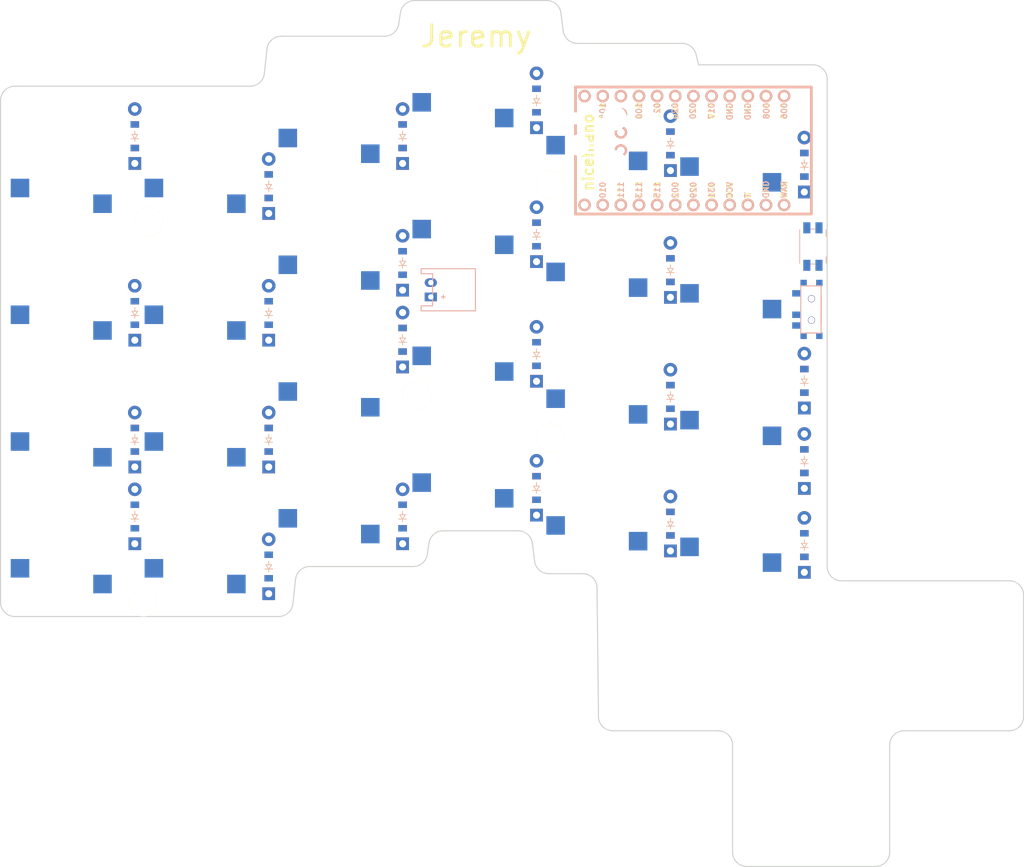
<source format=kicad_pcb>


(kicad_pcb (version 20171130) (host pcbnew 5.1.6)

  (page A3)
  (title_block
    (title "left")
    (rev "v1.0.0")
    (company "Unknown")
  )

  (general
    (thickness 1.6)
  )

  (layers
    (0 F.Cu signal)
    (31 B.Cu signal)
    (32 B.Adhes user)
    (33 F.Adhes user)
    (34 B.Paste user)
    (35 F.Paste user)
    (36 B.SilkS user)
    (37 F.SilkS user)
    (38 B.Mask user)
    (39 F.Mask user)
    (40 Dwgs.User user)
    (41 Cmts.User user)
    (42 Eco1.User user)
    (43 Eco2.User user)
    (44 Edge.Cuts user)
    (45 Margin user)
    (46 B.CrtYd user)
    (47 F.CrtYd user)
    (48 B.Fab user)
    (49 F.Fab user)
  )

  (setup
    (last_trace_width 0.25)
    (trace_clearance 0.2)
    (zone_clearance 0.508)
    (zone_45_only no)
    (trace_min 0.2)
    (via_size 0.8)
    (via_drill 0.4)
    (via_min_size 0.4)
    (via_min_drill 0.3)
    (uvia_size 0.3)
    (uvia_drill 0.1)
    (uvias_allowed no)
    (uvia_min_size 0.2)
    (uvia_min_drill 0.1)
    (edge_width 0.05)
    (segment_width 0.2)
    (pcb_text_width 0.3)
    (pcb_text_size 1.5 1.5)
    (mod_edge_width 0.12)
    (mod_text_size 1 1)
    (mod_text_width 0.15)
    (pad_size 1.524 1.524)
    (pad_drill 0.762)
    (pad_to_mask_clearance 0.05)
    (aux_axis_origin 0 0)
    (visible_elements FFFFFF7F)
    (pcbplotparams
      (layerselection 0x010fc_ffffffff)
      (usegerberextensions false)
      (usegerberattributes true)
      (usegerberadvancedattributes true)
      (creategerberjobfile true)
      (excludeedgelayer true)
      (linewidth 0.100000)
      (plotframeref false)
      (viasonmask false)
      (mode 1)
      (useauxorigin false)
      (hpglpennumber 1)
      (hpglpenspeed 20)
      (hpglpendiameter 15.000000)
      (psnegative false)
      (psa4output false)
      (plotreference true)
      (plotvalue true)
      (plotinvisibletext false)
      (padsonsilk false)
      (subtractmaskfromsilk false)
      (outputformat 1)
      (mirror false)
      (drillshape 1)
      (scaleselection 1)
      (outputdirectory ""))
  )

  (net 0 "")
(net 1 "P020")
(net 2 "first_bottom")
(net 3 "first_home")
(net 4 "first_top")
(net 5 "first_num")
(net 6 "P022")
(net 7 "second_bottom")
(net 8 "second_home")
(net 9 "second_top")
(net 10 "second_num")
(net 11 "P024")
(net 12 "third_bottom")
(net 13 "third_home")
(net 14 "third_top")
(net 15 "third_num")
(net 16 "P100")
(net 17 "fourth_bottom")
(net 18 "fourth_home")
(net 19 "fourth_top")
(net 20 "fourth_num")
(net 21 "P011")
(net 22 "fifth_bottom")
(net 23 "fifth_home")
(net 24 "fifth_top")
(net 25 "fifth_num")
(net 26 "P017")
(net 27 "sixth_bottom")
(net 28 "sixth_home")
(net 29 "sixth_top")
(net 30 "sixth_num")
(net 31 "P002")
(net 32 "P029")
(net 33 "P115")
(net 34 "P031")
(net 35 "RAW")
(net 36 "GND")
(net 37 "RST")
(net 38 "VCC")
(net 39 "P113")
(net 40 "P111")
(net 41 "P010")
(net 42 "P009")
(net 43 "P006")
(net 44 "P008")
(net 45 "P104")
(net 46 "P106")
(net 47 "P101")
(net 48 "P102")
(net 49 "P107")
(net 50 "pos")

  (net_class Default "This is the default net class."
    (clearance 0.2)
    (trace_width 0.25)
    (via_dia 0.8)
    (via_drill 0.4)
    (uvia_dia 0.3)
    (uvia_drill 0.1)
    (add_net "")
(add_net "P020")
(add_net "first_bottom")
(add_net "first_home")
(add_net "first_top")
(add_net "first_num")
(add_net "P022")
(add_net "second_bottom")
(add_net "second_home")
(add_net "second_top")
(add_net "second_num")
(add_net "P024")
(add_net "third_bottom")
(add_net "third_home")
(add_net "third_top")
(add_net "third_num")
(add_net "P100")
(add_net "fourth_bottom")
(add_net "fourth_home")
(add_net "fourth_top")
(add_net "fourth_num")
(add_net "P011")
(add_net "fifth_bottom")
(add_net "fifth_home")
(add_net "fifth_top")
(add_net "fifth_num")
(add_net "P017")
(add_net "sixth_bottom")
(add_net "sixth_home")
(add_net "sixth_top")
(add_net "sixth_num")
(add_net "P002")
(add_net "P029")
(add_net "P115")
(add_net "P031")
(add_net "RAW")
(add_net "GND")
(add_net "RST")
(add_net "VCC")
(add_net "P113")
(add_net "P111")
(add_net "P010")
(add_net "P009")
(add_net "P006")
(add_net "P008")
(add_net "P104")
(add_net "P106")
(add_net "P101")
(add_net "P102")
(add_net "P107")
(add_net "pos")
  )

  
        
      (module PG1350 (layer F.Cu) (tedit 5DD50112)
      (at 100 150 180)

      
      (fp_text reference "S1" (at 0 0) (layer F.SilkS) hide (effects (font (size 1.27 1.27) (thickness 0.15))))
      (fp_text value "" (at 0 0) (layer F.SilkS) hide (effects (font (size 1.27 1.27) (thickness 0.15))))

      
      (fp_line (start -7 -6) (end -7 -7) (layer Dwgs.User) (width 0.15))
      (fp_line (start -7 7) (end -6 7) (layer Dwgs.User) (width 0.15))
      (fp_line (start -6 -7) (end -7 -7) (layer Dwgs.User) (width 0.15))
      (fp_line (start -7 7) (end -7 6) (layer Dwgs.User) (width 0.15))
      (fp_line (start 7 6) (end 7 7) (layer Dwgs.User) (width 0.15))
      (fp_line (start 7 -7) (end 6 -7) (layer Dwgs.User) (width 0.15))
      (fp_line (start 6 7) (end 7 7) (layer Dwgs.User) (width 0.15))
      (fp_line (start 7 -7) (end 7 -6) (layer Dwgs.User) (width 0.15))      
      
      
      (pad "" np_thru_hole circle (at 0 0) (size 3.429 3.429) (drill 3.429) (layers *.Cu *.Mask))
        
      
      (pad "" np_thru_hole circle (at 5.5 0) (size 1.7018 1.7018) (drill 1.7018) (layers *.Cu *.Mask))
      (pad "" np_thru_hole circle (at -5.5 0) (size 1.7018 1.7018) (drill 1.7018) (layers *.Cu *.Mask))
      
        
      
      (fp_line (start -9 -8.5) (end 9 -8.5) (layer Dwgs.User) (width 0.15))
      (fp_line (start 9 -8.5) (end 9 8.5) (layer Dwgs.User) (width 0.15))
      (fp_line (start 9 8.5) (end -9 8.5) (layer Dwgs.User) (width 0.15))
      (fp_line (start -9 8.5) (end -9 -8.5) (layer Dwgs.User) (width 0.15))
      
        
          
          (pad "" np_thru_hole circle (at 5 -3.75) (size 3 3) (drill 3) (layers *.Cu *.Mask))
          (pad "" np_thru_hole circle (at 0 -5.95) (size 3 3) (drill 3) (layers *.Cu *.Mask))
      
          
          (pad 1 smd rect (at -3.275 -5.95 180) (size 2.6 2.6) (layers B.Cu B.Paste B.Mask)  (net 1 "P020"))
          (pad 2 smd rect (at 8.275 -3.75 180) (size 2.6 2.6) (layers B.Cu B.Paste B.Mask)  (net 2 "first_bottom"))
        )
        

        
      (module PG1350 (layer F.Cu) (tedit 5DD50112)
      (at 100 132.25 180)

      
      (fp_text reference "S2" (at 0 0) (layer F.SilkS) hide (effects (font (size 1.27 1.27) (thickness 0.15))))
      (fp_text value "" (at 0 0) (layer F.SilkS) hide (effects (font (size 1.27 1.27) (thickness 0.15))))

      
      (fp_line (start -7 -6) (end -7 -7) (layer Dwgs.User) (width 0.15))
      (fp_line (start -7 7) (end -6 7) (layer Dwgs.User) (width 0.15))
      (fp_line (start -6 -7) (end -7 -7) (layer Dwgs.User) (width 0.15))
      (fp_line (start -7 7) (end -7 6) (layer Dwgs.User) (width 0.15))
      (fp_line (start 7 6) (end 7 7) (layer Dwgs.User) (width 0.15))
      (fp_line (start 7 -7) (end 6 -7) (layer Dwgs.User) (width 0.15))
      (fp_line (start 6 7) (end 7 7) (layer Dwgs.User) (width 0.15))
      (fp_line (start 7 -7) (end 7 -6) (layer Dwgs.User) (width 0.15))      
      
      
      (pad "" np_thru_hole circle (at 0 0) (size 3.429 3.429) (drill 3.429) (layers *.Cu *.Mask))
        
      
      (pad "" np_thru_hole circle (at 5.5 0) (size 1.7018 1.7018) (drill 1.7018) (layers *.Cu *.Mask))
      (pad "" np_thru_hole circle (at -5.5 0) (size 1.7018 1.7018) (drill 1.7018) (layers *.Cu *.Mask))
      
        
      
      (fp_line (start -9 -8.5) (end 9 -8.5) (layer Dwgs.User) (width 0.15))
      (fp_line (start 9 -8.5) (end 9 8.5) (layer Dwgs.User) (width 0.15))
      (fp_line (start 9 8.5) (end -9 8.5) (layer Dwgs.User) (width 0.15))
      (fp_line (start -9 8.5) (end -9 -8.5) (layer Dwgs.User) (width 0.15))
      
        
          
          (pad "" np_thru_hole circle (at 5 -3.75) (size 3 3) (drill 3) (layers *.Cu *.Mask))
          (pad "" np_thru_hole circle (at 0 -5.95) (size 3 3) (drill 3) (layers *.Cu *.Mask))
      
          
          (pad 1 smd rect (at -3.275 -5.95 180) (size 2.6 2.6) (layers B.Cu B.Paste B.Mask)  (net 1 "P020"))
          (pad 2 smd rect (at 8.275 -3.75 180) (size 2.6 2.6) (layers B.Cu B.Paste B.Mask)  (net 3 "first_home"))
        )
        

        
      (module PG1350 (layer F.Cu) (tedit 5DD50112)
      (at 100 114.5 180)

      
      (fp_text reference "S3" (at 0 0) (layer F.SilkS) hide (effects (font (size 1.27 1.27) (thickness 0.15))))
      (fp_text value "" (at 0 0) (layer F.SilkS) hide (effects (font (size 1.27 1.27) (thickness 0.15))))

      
      (fp_line (start -7 -6) (end -7 -7) (layer Dwgs.User) (width 0.15))
      (fp_line (start -7 7) (end -6 7) (layer Dwgs.User) (width 0.15))
      (fp_line (start -6 -7) (end -7 -7) (layer Dwgs.User) (width 0.15))
      (fp_line (start -7 7) (end -7 6) (layer Dwgs.User) (width 0.15))
      (fp_line (start 7 6) (end 7 7) (layer Dwgs.User) (width 0.15))
      (fp_line (start 7 -7) (end 6 -7) (layer Dwgs.User) (width 0.15))
      (fp_line (start 6 7) (end 7 7) (layer Dwgs.User) (width 0.15))
      (fp_line (start 7 -7) (end 7 -6) (layer Dwgs.User) (width 0.15))      
      
      
      (pad "" np_thru_hole circle (at 0 0) (size 3.429 3.429) (drill 3.429) (layers *.Cu *.Mask))
        
      
      (pad "" np_thru_hole circle (at 5.5 0) (size 1.7018 1.7018) (drill 1.7018) (layers *.Cu *.Mask))
      (pad "" np_thru_hole circle (at -5.5 0) (size 1.7018 1.7018) (drill 1.7018) (layers *.Cu *.Mask))
      
        
      
      (fp_line (start -9 -8.5) (end 9 -8.5) (layer Dwgs.User) (width 0.15))
      (fp_line (start 9 -8.5) (end 9 8.5) (layer Dwgs.User) (width 0.15))
      (fp_line (start 9 8.5) (end -9 8.5) (layer Dwgs.User) (width 0.15))
      (fp_line (start -9 8.5) (end -9 -8.5) (layer Dwgs.User) (width 0.15))
      
        
          
          (pad "" np_thru_hole circle (at 5 -3.75) (size 3 3) (drill 3) (layers *.Cu *.Mask))
          (pad "" np_thru_hole circle (at 0 -5.95) (size 3 3) (drill 3) (layers *.Cu *.Mask))
      
          
          (pad 1 smd rect (at -3.275 -5.95 180) (size 2.6 2.6) (layers B.Cu B.Paste B.Mask)  (net 1 "P020"))
          (pad 2 smd rect (at 8.275 -3.75 180) (size 2.6 2.6) (layers B.Cu B.Paste B.Mask)  (net 4 "first_top"))
        )
        

        
      (module PG1350 (layer F.Cu) (tedit 5DD50112)
      (at 100 96.75 180)

      
      (fp_text reference "S4" (at 0 0) (layer F.SilkS) hide (effects (font (size 1.27 1.27) (thickness 0.15))))
      (fp_text value "" (at 0 0) (layer F.SilkS) hide (effects (font (size 1.27 1.27) (thickness 0.15))))

      
      (fp_line (start -7 -6) (end -7 -7) (layer Dwgs.User) (width 0.15))
      (fp_line (start -7 7) (end -6 7) (layer Dwgs.User) (width 0.15))
      (fp_line (start -6 -7) (end -7 -7) (layer Dwgs.User) (width 0.15))
      (fp_line (start -7 7) (end -7 6) (layer Dwgs.User) (width 0.15))
      (fp_line (start 7 6) (end 7 7) (layer Dwgs.User) (width 0.15))
      (fp_line (start 7 -7) (end 6 -7) (layer Dwgs.User) (width 0.15))
      (fp_line (start 6 7) (end 7 7) (layer Dwgs.User) (width 0.15))
      (fp_line (start 7 -7) (end 7 -6) (layer Dwgs.User) (width 0.15))      
      
      
      (pad "" np_thru_hole circle (at 0 0) (size 3.429 3.429) (drill 3.429) (layers *.Cu *.Mask))
        
      
      (pad "" np_thru_hole circle (at 5.5 0) (size 1.7018 1.7018) (drill 1.7018) (layers *.Cu *.Mask))
      (pad "" np_thru_hole circle (at -5.5 0) (size 1.7018 1.7018) (drill 1.7018) (layers *.Cu *.Mask))
      
        
      
      (fp_line (start -9 -8.5) (end 9 -8.5) (layer Dwgs.User) (width 0.15))
      (fp_line (start 9 -8.5) (end 9 8.5) (layer Dwgs.User) (width 0.15))
      (fp_line (start 9 8.5) (end -9 8.5) (layer Dwgs.User) (width 0.15))
      (fp_line (start -9 8.5) (end -9 -8.5) (layer Dwgs.User) (width 0.15))
      
        
          
          (pad "" np_thru_hole circle (at 5 -3.75) (size 3 3) (drill 3) (layers *.Cu *.Mask))
          (pad "" np_thru_hole circle (at 0 -5.95) (size 3 3) (drill 3) (layers *.Cu *.Mask))
      
          
          (pad 1 smd rect (at -3.275 -5.95 180) (size 2.6 2.6) (layers B.Cu B.Paste B.Mask)  (net 1 "P020"))
          (pad 2 smd rect (at 8.275 -3.75 180) (size 2.6 2.6) (layers B.Cu B.Paste B.Mask)  (net 5 "first_num"))
        )
        

        
      (module PG1350 (layer F.Cu) (tedit 5DD50112)
      (at 118.75 150 180)

      
      (fp_text reference "S5" (at 0 0) (layer F.SilkS) hide (effects (font (size 1.27 1.27) (thickness 0.15))))
      (fp_text value "" (at 0 0) (layer F.SilkS) hide (effects (font (size 1.27 1.27) (thickness 0.15))))

      
      (fp_line (start -7 -6) (end -7 -7) (layer Dwgs.User) (width 0.15))
      (fp_line (start -7 7) (end -6 7) (layer Dwgs.User) (width 0.15))
      (fp_line (start -6 -7) (end -7 -7) (layer Dwgs.User) (width 0.15))
      (fp_line (start -7 7) (end -7 6) (layer Dwgs.User) (width 0.15))
      (fp_line (start 7 6) (end 7 7) (layer Dwgs.User) (width 0.15))
      (fp_line (start 7 -7) (end 6 -7) (layer Dwgs.User) (width 0.15))
      (fp_line (start 6 7) (end 7 7) (layer Dwgs.User) (width 0.15))
      (fp_line (start 7 -7) (end 7 -6) (layer Dwgs.User) (width 0.15))      
      
      
      (pad "" np_thru_hole circle (at 0 0) (size 3.429 3.429) (drill 3.429) (layers *.Cu *.Mask))
        
      
      (pad "" np_thru_hole circle (at 5.5 0) (size 1.7018 1.7018) (drill 1.7018) (layers *.Cu *.Mask))
      (pad "" np_thru_hole circle (at -5.5 0) (size 1.7018 1.7018) (drill 1.7018) (layers *.Cu *.Mask))
      
        
      
      (fp_line (start -9 -8.5) (end 9 -8.5) (layer Dwgs.User) (width 0.15))
      (fp_line (start 9 -8.5) (end 9 8.5) (layer Dwgs.User) (width 0.15))
      (fp_line (start 9 8.5) (end -9 8.5) (layer Dwgs.User) (width 0.15))
      (fp_line (start -9 8.5) (end -9 -8.5) (layer Dwgs.User) (width 0.15))
      
        
          
          (pad "" np_thru_hole circle (at 5 -3.75) (size 3 3) (drill 3) (layers *.Cu *.Mask))
          (pad "" np_thru_hole circle (at 0 -5.95) (size 3 3) (drill 3) (layers *.Cu *.Mask))
      
          
          (pad 1 smd rect (at -3.275 -5.95 180) (size 2.6 2.6) (layers B.Cu B.Paste B.Mask)  (net 6 "P022"))
          (pad 2 smd rect (at 8.275 -3.75 180) (size 2.6 2.6) (layers B.Cu B.Paste B.Mask)  (net 7 "second_bottom"))
        )
        

        
      (module PG1350 (layer F.Cu) (tedit 5DD50112)
      (at 118.75 132.25 180)

      
      (fp_text reference "S6" (at 0 0) (layer F.SilkS) hide (effects (font (size 1.27 1.27) (thickness 0.15))))
      (fp_text value "" (at 0 0) (layer F.SilkS) hide (effects (font (size 1.27 1.27) (thickness 0.15))))

      
      (fp_line (start -7 -6) (end -7 -7) (layer Dwgs.User) (width 0.15))
      (fp_line (start -7 7) (end -6 7) (layer Dwgs.User) (width 0.15))
      (fp_line (start -6 -7) (end -7 -7) (layer Dwgs.User) (width 0.15))
      (fp_line (start -7 7) (end -7 6) (layer Dwgs.User) (width 0.15))
      (fp_line (start 7 6) (end 7 7) (layer Dwgs.User) (width 0.15))
      (fp_line (start 7 -7) (end 6 -7) (layer Dwgs.User) (width 0.15))
      (fp_line (start 6 7) (end 7 7) (layer Dwgs.User) (width 0.15))
      (fp_line (start 7 -7) (end 7 -6) (layer Dwgs.User) (width 0.15))      
      
      
      (pad "" np_thru_hole circle (at 0 0) (size 3.429 3.429) (drill 3.429) (layers *.Cu *.Mask))
        
      
      (pad "" np_thru_hole circle (at 5.5 0) (size 1.7018 1.7018) (drill 1.7018) (layers *.Cu *.Mask))
      (pad "" np_thru_hole circle (at -5.5 0) (size 1.7018 1.7018) (drill 1.7018) (layers *.Cu *.Mask))
      
        
      
      (fp_line (start -9 -8.5) (end 9 -8.5) (layer Dwgs.User) (width 0.15))
      (fp_line (start 9 -8.5) (end 9 8.5) (layer Dwgs.User) (width 0.15))
      (fp_line (start 9 8.5) (end -9 8.5) (layer Dwgs.User) (width 0.15))
      (fp_line (start -9 8.5) (end -9 -8.5) (layer Dwgs.User) (width 0.15))
      
        
          
          (pad "" np_thru_hole circle (at 5 -3.75) (size 3 3) (drill 3) (layers *.Cu *.Mask))
          (pad "" np_thru_hole circle (at 0 -5.95) (size 3 3) (drill 3) (layers *.Cu *.Mask))
      
          
          (pad 1 smd rect (at -3.275 -5.95 180) (size 2.6 2.6) (layers B.Cu B.Paste B.Mask)  (net 6 "P022"))
          (pad 2 smd rect (at 8.275 -3.75 180) (size 2.6 2.6) (layers B.Cu B.Paste B.Mask)  (net 8 "second_home"))
        )
        

        
      (module PG1350 (layer F.Cu) (tedit 5DD50112)
      (at 118.75 114.5 180)

      
      (fp_text reference "S7" (at 0 0) (layer F.SilkS) hide (effects (font (size 1.27 1.27) (thickness 0.15))))
      (fp_text value "" (at 0 0) (layer F.SilkS) hide (effects (font (size 1.27 1.27) (thickness 0.15))))

      
      (fp_line (start -7 -6) (end -7 -7) (layer Dwgs.User) (width 0.15))
      (fp_line (start -7 7) (end -6 7) (layer Dwgs.User) (width 0.15))
      (fp_line (start -6 -7) (end -7 -7) (layer Dwgs.User) (width 0.15))
      (fp_line (start -7 7) (end -7 6) (layer Dwgs.User) (width 0.15))
      (fp_line (start 7 6) (end 7 7) (layer Dwgs.User) (width 0.15))
      (fp_line (start 7 -7) (end 6 -7) (layer Dwgs.User) (width 0.15))
      (fp_line (start 6 7) (end 7 7) (layer Dwgs.User) (width 0.15))
      (fp_line (start 7 -7) (end 7 -6) (layer Dwgs.User) (width 0.15))      
      
      
      (pad "" np_thru_hole circle (at 0 0) (size 3.429 3.429) (drill 3.429) (layers *.Cu *.Mask))
        
      
      (pad "" np_thru_hole circle (at 5.5 0) (size 1.7018 1.7018) (drill 1.7018) (layers *.Cu *.Mask))
      (pad "" np_thru_hole circle (at -5.5 0) (size 1.7018 1.7018) (drill 1.7018) (layers *.Cu *.Mask))
      
        
      
      (fp_line (start -9 -8.5) (end 9 -8.5) (layer Dwgs.User) (width 0.15))
      (fp_line (start 9 -8.5) (end 9 8.5) (layer Dwgs.User) (width 0.15))
      (fp_line (start 9 8.5) (end -9 8.5) (layer Dwgs.User) (width 0.15))
      (fp_line (start -9 8.5) (end -9 -8.5) (layer Dwgs.User) (width 0.15))
      
        
          
          (pad "" np_thru_hole circle (at 5 -3.75) (size 3 3) (drill 3) (layers *.Cu *.Mask))
          (pad "" np_thru_hole circle (at 0 -5.95) (size 3 3) (drill 3) (layers *.Cu *.Mask))
      
          
          (pad 1 smd rect (at -3.275 -5.95 180) (size 2.6 2.6) (layers B.Cu B.Paste B.Mask)  (net 6 "P022"))
          (pad 2 smd rect (at 8.275 -3.75 180) (size 2.6 2.6) (layers B.Cu B.Paste B.Mask)  (net 9 "second_top"))
        )
        

        
      (module PG1350 (layer F.Cu) (tedit 5DD50112)
      (at 118.75 96.75 180)

      
      (fp_text reference "S8" (at 0 0) (layer F.SilkS) hide (effects (font (size 1.27 1.27) (thickness 0.15))))
      (fp_text value "" (at 0 0) (layer F.SilkS) hide (effects (font (size 1.27 1.27) (thickness 0.15))))

      
      (fp_line (start -7 -6) (end -7 -7) (layer Dwgs.User) (width 0.15))
      (fp_line (start -7 7) (end -6 7) (layer Dwgs.User) (width 0.15))
      (fp_line (start -6 -7) (end -7 -7) (layer Dwgs.User) (width 0.15))
      (fp_line (start -7 7) (end -7 6) (layer Dwgs.User) (width 0.15))
      (fp_line (start 7 6) (end 7 7) (layer Dwgs.User) (width 0.15))
      (fp_line (start 7 -7) (end 6 -7) (layer Dwgs.User) (width 0.15))
      (fp_line (start 6 7) (end 7 7) (layer Dwgs.User) (width 0.15))
      (fp_line (start 7 -7) (end 7 -6) (layer Dwgs.User) (width 0.15))      
      
      
      (pad "" np_thru_hole circle (at 0 0) (size 3.429 3.429) (drill 3.429) (layers *.Cu *.Mask))
        
      
      (pad "" np_thru_hole circle (at 5.5 0) (size 1.7018 1.7018) (drill 1.7018) (layers *.Cu *.Mask))
      (pad "" np_thru_hole circle (at -5.5 0) (size 1.7018 1.7018) (drill 1.7018) (layers *.Cu *.Mask))
      
        
      
      (fp_line (start -9 -8.5) (end 9 -8.5) (layer Dwgs.User) (width 0.15))
      (fp_line (start 9 -8.5) (end 9 8.5) (layer Dwgs.User) (width 0.15))
      (fp_line (start 9 8.5) (end -9 8.5) (layer Dwgs.User) (width 0.15))
      (fp_line (start -9 8.5) (end -9 -8.5) (layer Dwgs.User) (width 0.15))
      
        
          
          (pad "" np_thru_hole circle (at 5 -3.75) (size 3 3) (drill 3) (layers *.Cu *.Mask))
          (pad "" np_thru_hole circle (at 0 -5.95) (size 3 3) (drill 3) (layers *.Cu *.Mask))
      
          
          (pad 1 smd rect (at -3.275 -5.95 180) (size 2.6 2.6) (layers B.Cu B.Paste B.Mask)  (net 6 "P022"))
          (pad 2 smd rect (at 8.275 -3.75 180) (size 2.6 2.6) (layers B.Cu B.Paste B.Mask)  (net 10 "second_num"))
        )
        

        
      (module PG1350 (layer F.Cu) (tedit 5DD50112)
      (at 137.5 143 180)

      
      (fp_text reference "S9" (at 0 0) (layer F.SilkS) hide (effects (font (size 1.27 1.27) (thickness 0.15))))
      (fp_text value "" (at 0 0) (layer F.SilkS) hide (effects (font (size 1.27 1.27) (thickness 0.15))))

      
      (fp_line (start -7 -6) (end -7 -7) (layer Dwgs.User) (width 0.15))
      (fp_line (start -7 7) (end -6 7) (layer Dwgs.User) (width 0.15))
      (fp_line (start -6 -7) (end -7 -7) (layer Dwgs.User) (width 0.15))
      (fp_line (start -7 7) (end -7 6) (layer Dwgs.User) (width 0.15))
      (fp_line (start 7 6) (end 7 7) (layer Dwgs.User) (width 0.15))
      (fp_line (start 7 -7) (end 6 -7) (layer Dwgs.User) (width 0.15))
      (fp_line (start 6 7) (end 7 7) (layer Dwgs.User) (width 0.15))
      (fp_line (start 7 -7) (end 7 -6) (layer Dwgs.User) (width 0.15))      
      
      
      (pad "" np_thru_hole circle (at 0 0) (size 3.429 3.429) (drill 3.429) (layers *.Cu *.Mask))
        
      
      (pad "" np_thru_hole circle (at 5.5 0) (size 1.7018 1.7018) (drill 1.7018) (layers *.Cu *.Mask))
      (pad "" np_thru_hole circle (at -5.5 0) (size 1.7018 1.7018) (drill 1.7018) (layers *.Cu *.Mask))
      
        
      
      (fp_line (start -9 -8.5) (end 9 -8.5) (layer Dwgs.User) (width 0.15))
      (fp_line (start 9 -8.5) (end 9 8.5) (layer Dwgs.User) (width 0.15))
      (fp_line (start 9 8.5) (end -9 8.5) (layer Dwgs.User) (width 0.15))
      (fp_line (start -9 8.5) (end -9 -8.5) (layer Dwgs.User) (width 0.15))
      
        
          
          (pad "" np_thru_hole circle (at 5 -3.75) (size 3 3) (drill 3) (layers *.Cu *.Mask))
          (pad "" np_thru_hole circle (at 0 -5.95) (size 3 3) (drill 3) (layers *.Cu *.Mask))
      
          
          (pad 1 smd rect (at -3.275 -5.95 180) (size 2.6 2.6) (layers B.Cu B.Paste B.Mask)  (net 11 "P024"))
          (pad 2 smd rect (at 8.275 -3.75 180) (size 2.6 2.6) (layers B.Cu B.Paste B.Mask)  (net 12 "third_bottom"))
        )
        

        
      (module PG1350 (layer F.Cu) (tedit 5DD50112)
      (at 137.5 125.25 180)

      
      (fp_text reference "S10" (at 0 0) (layer F.SilkS) hide (effects (font (size 1.27 1.27) (thickness 0.15))))
      (fp_text value "" (at 0 0) (layer F.SilkS) hide (effects (font (size 1.27 1.27) (thickness 0.15))))

      
      (fp_line (start -7 -6) (end -7 -7) (layer Dwgs.User) (width 0.15))
      (fp_line (start -7 7) (end -6 7) (layer Dwgs.User) (width 0.15))
      (fp_line (start -6 -7) (end -7 -7) (layer Dwgs.User) (width 0.15))
      (fp_line (start -7 7) (end -7 6) (layer Dwgs.User) (width 0.15))
      (fp_line (start 7 6) (end 7 7) (layer Dwgs.User) (width 0.15))
      (fp_line (start 7 -7) (end 6 -7) (layer Dwgs.User) (width 0.15))
      (fp_line (start 6 7) (end 7 7) (layer Dwgs.User) (width 0.15))
      (fp_line (start 7 -7) (end 7 -6) (layer Dwgs.User) (width 0.15))      
      
      
      (pad "" np_thru_hole circle (at 0 0) (size 3.429 3.429) (drill 3.429) (layers *.Cu *.Mask))
        
      
      (pad "" np_thru_hole circle (at 5.5 0) (size 1.7018 1.7018) (drill 1.7018) (layers *.Cu *.Mask))
      (pad "" np_thru_hole circle (at -5.5 0) (size 1.7018 1.7018) (drill 1.7018) (layers *.Cu *.Mask))
      
        
      
      (fp_line (start -9 -8.5) (end 9 -8.5) (layer Dwgs.User) (width 0.15))
      (fp_line (start 9 -8.5) (end 9 8.5) (layer Dwgs.User) (width 0.15))
      (fp_line (start 9 8.5) (end -9 8.5) (layer Dwgs.User) (width 0.15))
      (fp_line (start -9 8.5) (end -9 -8.5) (layer Dwgs.User) (width 0.15))
      
        
          
          (pad "" np_thru_hole circle (at 5 -3.75) (size 3 3) (drill 3) (layers *.Cu *.Mask))
          (pad "" np_thru_hole circle (at 0 -5.95) (size 3 3) (drill 3) (layers *.Cu *.Mask))
      
          
          (pad 1 smd rect (at -3.275 -5.95 180) (size 2.6 2.6) (layers B.Cu B.Paste B.Mask)  (net 11 "P024"))
          (pad 2 smd rect (at 8.275 -3.75 180) (size 2.6 2.6) (layers B.Cu B.Paste B.Mask)  (net 13 "third_home"))
        )
        

        
      (module PG1350 (layer F.Cu) (tedit 5DD50112)
      (at 137.5 107.5 180)

      
      (fp_text reference "S11" (at 0 0) (layer F.SilkS) hide (effects (font (size 1.27 1.27) (thickness 0.15))))
      (fp_text value "" (at 0 0) (layer F.SilkS) hide (effects (font (size 1.27 1.27) (thickness 0.15))))

      
      (fp_line (start -7 -6) (end -7 -7) (layer Dwgs.User) (width 0.15))
      (fp_line (start -7 7) (end -6 7) (layer Dwgs.User) (width 0.15))
      (fp_line (start -6 -7) (end -7 -7) (layer Dwgs.User) (width 0.15))
      (fp_line (start -7 7) (end -7 6) (layer Dwgs.User) (width 0.15))
      (fp_line (start 7 6) (end 7 7) (layer Dwgs.User) (width 0.15))
      (fp_line (start 7 -7) (end 6 -7) (layer Dwgs.User) (width 0.15))
      (fp_line (start 6 7) (end 7 7) (layer Dwgs.User) (width 0.15))
      (fp_line (start 7 -7) (end 7 -6) (layer Dwgs.User) (width 0.15))      
      
      
      (pad "" np_thru_hole circle (at 0 0) (size 3.429 3.429) (drill 3.429) (layers *.Cu *.Mask))
        
      
      (pad "" np_thru_hole circle (at 5.5 0) (size 1.7018 1.7018) (drill 1.7018) (layers *.Cu *.Mask))
      (pad "" np_thru_hole circle (at -5.5 0) (size 1.7018 1.7018) (drill 1.7018) (layers *.Cu *.Mask))
      
        
      
      (fp_line (start -9 -8.5) (end 9 -8.5) (layer Dwgs.User) (width 0.15))
      (fp_line (start 9 -8.5) (end 9 8.5) (layer Dwgs.User) (width 0.15))
      (fp_line (start 9 8.5) (end -9 8.5) (layer Dwgs.User) (width 0.15))
      (fp_line (start -9 8.5) (end -9 -8.5) (layer Dwgs.User) (width 0.15))
      
        
          
          (pad "" np_thru_hole circle (at 5 -3.75) (size 3 3) (drill 3) (layers *.Cu *.Mask))
          (pad "" np_thru_hole circle (at 0 -5.95) (size 3 3) (drill 3) (layers *.Cu *.Mask))
      
          
          (pad 1 smd rect (at -3.275 -5.95 180) (size 2.6 2.6) (layers B.Cu B.Paste B.Mask)  (net 11 "P024"))
          (pad 2 smd rect (at 8.275 -3.75 180) (size 2.6 2.6) (layers B.Cu B.Paste B.Mask)  (net 14 "third_top"))
        )
        

        
      (module PG1350 (layer F.Cu) (tedit 5DD50112)
      (at 137.5 89.75 180)

      
      (fp_text reference "S12" (at 0 0) (layer F.SilkS) hide (effects (font (size 1.27 1.27) (thickness 0.15))))
      (fp_text value "" (at 0 0) (layer F.SilkS) hide (effects (font (size 1.27 1.27) (thickness 0.15))))

      
      (fp_line (start -7 -6) (end -7 -7) (layer Dwgs.User) (width 0.15))
      (fp_line (start -7 7) (end -6 7) (layer Dwgs.User) (width 0.15))
      (fp_line (start -6 -7) (end -7 -7) (layer Dwgs.User) (width 0.15))
      (fp_line (start -7 7) (end -7 6) (layer Dwgs.User) (width 0.15))
      (fp_line (start 7 6) (end 7 7) (layer Dwgs.User) (width 0.15))
      (fp_line (start 7 -7) (end 6 -7) (layer Dwgs.User) (width 0.15))
      (fp_line (start 6 7) (end 7 7) (layer Dwgs.User) (width 0.15))
      (fp_line (start 7 -7) (end 7 -6) (layer Dwgs.User) (width 0.15))      
      
      
      (pad "" np_thru_hole circle (at 0 0) (size 3.429 3.429) (drill 3.429) (layers *.Cu *.Mask))
        
      
      (pad "" np_thru_hole circle (at 5.5 0) (size 1.7018 1.7018) (drill 1.7018) (layers *.Cu *.Mask))
      (pad "" np_thru_hole circle (at -5.5 0) (size 1.7018 1.7018) (drill 1.7018) (layers *.Cu *.Mask))
      
        
      
      (fp_line (start -9 -8.5) (end 9 -8.5) (layer Dwgs.User) (width 0.15))
      (fp_line (start 9 -8.5) (end 9 8.5) (layer Dwgs.User) (width 0.15))
      (fp_line (start 9 8.5) (end -9 8.5) (layer Dwgs.User) (width 0.15))
      (fp_line (start -9 8.5) (end -9 -8.5) (layer Dwgs.User) (width 0.15))
      
        
          
          (pad "" np_thru_hole circle (at 5 -3.75) (size 3 3) (drill 3) (layers *.Cu *.Mask))
          (pad "" np_thru_hole circle (at 0 -5.95) (size 3 3) (drill 3) (layers *.Cu *.Mask))
      
          
          (pad 1 smd rect (at -3.275 -5.95 180) (size 2.6 2.6) (layers B.Cu B.Paste B.Mask)  (net 11 "P024"))
          (pad 2 smd rect (at 8.275 -3.75 180) (size 2.6 2.6) (layers B.Cu B.Paste B.Mask)  (net 15 "third_num"))
        )
        

        
      (module PG1350 (layer F.Cu) (tedit 5DD50112)
      (at 156.25 138 180)

      
      (fp_text reference "S13" (at 0 0) (layer F.SilkS) hide (effects (font (size 1.27 1.27) (thickness 0.15))))
      (fp_text value "" (at 0 0) (layer F.SilkS) hide (effects (font (size 1.27 1.27) (thickness 0.15))))

      
      (fp_line (start -7 -6) (end -7 -7) (layer Dwgs.User) (width 0.15))
      (fp_line (start -7 7) (end -6 7) (layer Dwgs.User) (width 0.15))
      (fp_line (start -6 -7) (end -7 -7) (layer Dwgs.User) (width 0.15))
      (fp_line (start -7 7) (end -7 6) (layer Dwgs.User) (width 0.15))
      (fp_line (start 7 6) (end 7 7) (layer Dwgs.User) (width 0.15))
      (fp_line (start 7 -7) (end 6 -7) (layer Dwgs.User) (width 0.15))
      (fp_line (start 6 7) (end 7 7) (layer Dwgs.User) (width 0.15))
      (fp_line (start 7 -7) (end 7 -6) (layer Dwgs.User) (width 0.15))      
      
      
      (pad "" np_thru_hole circle (at 0 0) (size 3.429 3.429) (drill 3.429) (layers *.Cu *.Mask))
        
      
      (pad "" np_thru_hole circle (at 5.5 0) (size 1.7018 1.7018) (drill 1.7018) (layers *.Cu *.Mask))
      (pad "" np_thru_hole circle (at -5.5 0) (size 1.7018 1.7018) (drill 1.7018) (layers *.Cu *.Mask))
      
        
      
      (fp_line (start -9 -8.5) (end 9 -8.5) (layer Dwgs.User) (width 0.15))
      (fp_line (start 9 -8.5) (end 9 8.5) (layer Dwgs.User) (width 0.15))
      (fp_line (start 9 8.5) (end -9 8.5) (layer Dwgs.User) (width 0.15))
      (fp_line (start -9 8.5) (end -9 -8.5) (layer Dwgs.User) (width 0.15))
      
        
          
          (pad "" np_thru_hole circle (at 5 -3.75) (size 3 3) (drill 3) (layers *.Cu *.Mask))
          (pad "" np_thru_hole circle (at 0 -5.95) (size 3 3) (drill 3) (layers *.Cu *.Mask))
      
          
          (pad 1 smd rect (at -3.275 -5.95 180) (size 2.6 2.6) (layers B.Cu B.Paste B.Mask)  (net 16 "P100"))
          (pad 2 smd rect (at 8.275 -3.75 180) (size 2.6 2.6) (layers B.Cu B.Paste B.Mask)  (net 17 "fourth_bottom"))
        )
        

        
      (module PG1350 (layer F.Cu) (tedit 5DD50112)
      (at 156.25 120.25 180)

      
      (fp_text reference "S14" (at 0 0) (layer F.SilkS) hide (effects (font (size 1.27 1.27) (thickness 0.15))))
      (fp_text value "" (at 0 0) (layer F.SilkS) hide (effects (font (size 1.27 1.27) (thickness 0.15))))

      
      (fp_line (start -7 -6) (end -7 -7) (layer Dwgs.User) (width 0.15))
      (fp_line (start -7 7) (end -6 7) (layer Dwgs.User) (width 0.15))
      (fp_line (start -6 -7) (end -7 -7) (layer Dwgs.User) (width 0.15))
      (fp_line (start -7 7) (end -7 6) (layer Dwgs.User) (width 0.15))
      (fp_line (start 7 6) (end 7 7) (layer Dwgs.User) (width 0.15))
      (fp_line (start 7 -7) (end 6 -7) (layer Dwgs.User) (width 0.15))
      (fp_line (start 6 7) (end 7 7) (layer Dwgs.User) (width 0.15))
      (fp_line (start 7 -7) (end 7 -6) (layer Dwgs.User) (width 0.15))      
      
      
      (pad "" np_thru_hole circle (at 0 0) (size 3.429 3.429) (drill 3.429) (layers *.Cu *.Mask))
        
      
      (pad "" np_thru_hole circle (at 5.5 0) (size 1.7018 1.7018) (drill 1.7018) (layers *.Cu *.Mask))
      (pad "" np_thru_hole circle (at -5.5 0) (size 1.7018 1.7018) (drill 1.7018) (layers *.Cu *.Mask))
      
        
      
      (fp_line (start -9 -8.5) (end 9 -8.5) (layer Dwgs.User) (width 0.15))
      (fp_line (start 9 -8.5) (end 9 8.5) (layer Dwgs.User) (width 0.15))
      (fp_line (start 9 8.5) (end -9 8.5) (layer Dwgs.User) (width 0.15))
      (fp_line (start -9 8.5) (end -9 -8.5) (layer Dwgs.User) (width 0.15))
      
        
          
          (pad "" np_thru_hole circle (at 5 -3.75) (size 3 3) (drill 3) (layers *.Cu *.Mask))
          (pad "" np_thru_hole circle (at 0 -5.95) (size 3 3) (drill 3) (layers *.Cu *.Mask))
      
          
          (pad 1 smd rect (at -3.275 -5.95 180) (size 2.6 2.6) (layers B.Cu B.Paste B.Mask)  (net 16 "P100"))
          (pad 2 smd rect (at 8.275 -3.75 180) (size 2.6 2.6) (layers B.Cu B.Paste B.Mask)  (net 18 "fourth_home"))
        )
        

        
      (module PG1350 (layer F.Cu) (tedit 5DD50112)
      (at 156.25 102.5 180)

      
      (fp_text reference "S15" (at 0 0) (layer F.SilkS) hide (effects (font (size 1.27 1.27) (thickness 0.15))))
      (fp_text value "" (at 0 0) (layer F.SilkS) hide (effects (font (size 1.27 1.27) (thickness 0.15))))

      
      (fp_line (start -7 -6) (end -7 -7) (layer Dwgs.User) (width 0.15))
      (fp_line (start -7 7) (end -6 7) (layer Dwgs.User) (width 0.15))
      (fp_line (start -6 -7) (end -7 -7) (layer Dwgs.User) (width 0.15))
      (fp_line (start -7 7) (end -7 6) (layer Dwgs.User) (width 0.15))
      (fp_line (start 7 6) (end 7 7) (layer Dwgs.User) (width 0.15))
      (fp_line (start 7 -7) (end 6 -7) (layer Dwgs.User) (width 0.15))
      (fp_line (start 6 7) (end 7 7) (layer Dwgs.User) (width 0.15))
      (fp_line (start 7 -7) (end 7 -6) (layer Dwgs.User) (width 0.15))      
      
      
      (pad "" np_thru_hole circle (at 0 0) (size 3.429 3.429) (drill 3.429) (layers *.Cu *.Mask))
        
      
      (pad "" np_thru_hole circle (at 5.5 0) (size 1.7018 1.7018) (drill 1.7018) (layers *.Cu *.Mask))
      (pad "" np_thru_hole circle (at -5.5 0) (size 1.7018 1.7018) (drill 1.7018) (layers *.Cu *.Mask))
      
        
      
      (fp_line (start -9 -8.5) (end 9 -8.5) (layer Dwgs.User) (width 0.15))
      (fp_line (start 9 -8.5) (end 9 8.5) (layer Dwgs.User) (width 0.15))
      (fp_line (start 9 8.5) (end -9 8.5) (layer Dwgs.User) (width 0.15))
      (fp_line (start -9 8.5) (end -9 -8.5) (layer Dwgs.User) (width 0.15))
      
        
          
          (pad "" np_thru_hole circle (at 5 -3.75) (size 3 3) (drill 3) (layers *.Cu *.Mask))
          (pad "" np_thru_hole circle (at 0 -5.95) (size 3 3) (drill 3) (layers *.Cu *.Mask))
      
          
          (pad 1 smd rect (at -3.275 -5.95 180) (size 2.6 2.6) (layers B.Cu B.Paste B.Mask)  (net 16 "P100"))
          (pad 2 smd rect (at 8.275 -3.75 180) (size 2.6 2.6) (layers B.Cu B.Paste B.Mask)  (net 19 "fourth_top"))
        )
        

        
      (module PG1350 (layer F.Cu) (tedit 5DD50112)
      (at 156.25 84.75 180)

      
      (fp_text reference "S16" (at 0 0) (layer F.SilkS) hide (effects (font (size 1.27 1.27) (thickness 0.15))))
      (fp_text value "" (at 0 0) (layer F.SilkS) hide (effects (font (size 1.27 1.27) (thickness 0.15))))

      
      (fp_line (start -7 -6) (end -7 -7) (layer Dwgs.User) (width 0.15))
      (fp_line (start -7 7) (end -6 7) (layer Dwgs.User) (width 0.15))
      (fp_line (start -6 -7) (end -7 -7) (layer Dwgs.User) (width 0.15))
      (fp_line (start -7 7) (end -7 6) (layer Dwgs.User) (width 0.15))
      (fp_line (start 7 6) (end 7 7) (layer Dwgs.User) (width 0.15))
      (fp_line (start 7 -7) (end 6 -7) (layer Dwgs.User) (width 0.15))
      (fp_line (start 6 7) (end 7 7) (layer Dwgs.User) (width 0.15))
      (fp_line (start 7 -7) (end 7 -6) (layer Dwgs.User) (width 0.15))      
      
      
      (pad "" np_thru_hole circle (at 0 0) (size 3.429 3.429) (drill 3.429) (layers *.Cu *.Mask))
        
      
      (pad "" np_thru_hole circle (at 5.5 0) (size 1.7018 1.7018) (drill 1.7018) (layers *.Cu *.Mask))
      (pad "" np_thru_hole circle (at -5.5 0) (size 1.7018 1.7018) (drill 1.7018) (layers *.Cu *.Mask))
      
        
      
      (fp_line (start -9 -8.5) (end 9 -8.5) (layer Dwgs.User) (width 0.15))
      (fp_line (start 9 -8.5) (end 9 8.5) (layer Dwgs.User) (width 0.15))
      (fp_line (start 9 8.5) (end -9 8.5) (layer Dwgs.User) (width 0.15))
      (fp_line (start -9 8.5) (end -9 -8.5) (layer Dwgs.User) (width 0.15))
      
        
          
          (pad "" np_thru_hole circle (at 5 -3.75) (size 3 3) (drill 3) (layers *.Cu *.Mask))
          (pad "" np_thru_hole circle (at 0 -5.95) (size 3 3) (drill 3) (layers *.Cu *.Mask))
      
          
          (pad 1 smd rect (at -3.275 -5.95 180) (size 2.6 2.6) (layers B.Cu B.Paste B.Mask)  (net 16 "P100"))
          (pad 2 smd rect (at 8.275 -3.75 180) (size 2.6 2.6) (layers B.Cu B.Paste B.Mask)  (net 20 "fourth_num"))
        )
        

        
      (module PG1350 (layer F.Cu) (tedit 5DD50112)
      (at 175 144 180)

      
      (fp_text reference "S17" (at 0 0) (layer F.SilkS) hide (effects (font (size 1.27 1.27) (thickness 0.15))))
      (fp_text value "" (at 0 0) (layer F.SilkS) hide (effects (font (size 1.27 1.27) (thickness 0.15))))

      
      (fp_line (start -7 -6) (end -7 -7) (layer Dwgs.User) (width 0.15))
      (fp_line (start -7 7) (end -6 7) (layer Dwgs.User) (width 0.15))
      (fp_line (start -6 -7) (end -7 -7) (layer Dwgs.User) (width 0.15))
      (fp_line (start -7 7) (end -7 6) (layer Dwgs.User) (width 0.15))
      (fp_line (start 7 6) (end 7 7) (layer Dwgs.User) (width 0.15))
      (fp_line (start 7 -7) (end 6 -7) (layer Dwgs.User) (width 0.15))
      (fp_line (start 6 7) (end 7 7) (layer Dwgs.User) (width 0.15))
      (fp_line (start 7 -7) (end 7 -6) (layer Dwgs.User) (width 0.15))      
      
      
      (pad "" np_thru_hole circle (at 0 0) (size 3.429 3.429) (drill 3.429) (layers *.Cu *.Mask))
        
      
      (pad "" np_thru_hole circle (at 5.5 0) (size 1.7018 1.7018) (drill 1.7018) (layers *.Cu *.Mask))
      (pad "" np_thru_hole circle (at -5.5 0) (size 1.7018 1.7018) (drill 1.7018) (layers *.Cu *.Mask))
      
        
      
      (fp_line (start -9 -8.5) (end 9 -8.5) (layer Dwgs.User) (width 0.15))
      (fp_line (start 9 -8.5) (end 9 8.5) (layer Dwgs.User) (width 0.15))
      (fp_line (start 9 8.5) (end -9 8.5) (layer Dwgs.User) (width 0.15))
      (fp_line (start -9 8.5) (end -9 -8.5) (layer Dwgs.User) (width 0.15))
      
        
          
          (pad "" np_thru_hole circle (at 5 -3.75) (size 3 3) (drill 3) (layers *.Cu *.Mask))
          (pad "" np_thru_hole circle (at 0 -5.95) (size 3 3) (drill 3) (layers *.Cu *.Mask))
      
          
          (pad 1 smd rect (at -3.275 -5.95 180) (size 2.6 2.6) (layers B.Cu B.Paste B.Mask)  (net 21 "P011"))
          (pad 2 smd rect (at 8.275 -3.75 180) (size 2.6 2.6) (layers B.Cu B.Paste B.Mask)  (net 22 "fifth_bottom"))
        )
        

        
      (module PG1350 (layer F.Cu) (tedit 5DD50112)
      (at 175 126.25 180)

      
      (fp_text reference "S18" (at 0 0) (layer F.SilkS) hide (effects (font (size 1.27 1.27) (thickness 0.15))))
      (fp_text value "" (at 0 0) (layer F.SilkS) hide (effects (font (size 1.27 1.27) (thickness 0.15))))

      
      (fp_line (start -7 -6) (end -7 -7) (layer Dwgs.User) (width 0.15))
      (fp_line (start -7 7) (end -6 7) (layer Dwgs.User) (width 0.15))
      (fp_line (start -6 -7) (end -7 -7) (layer Dwgs.User) (width 0.15))
      (fp_line (start -7 7) (end -7 6) (layer Dwgs.User) (width 0.15))
      (fp_line (start 7 6) (end 7 7) (layer Dwgs.User) (width 0.15))
      (fp_line (start 7 -7) (end 6 -7) (layer Dwgs.User) (width 0.15))
      (fp_line (start 6 7) (end 7 7) (layer Dwgs.User) (width 0.15))
      (fp_line (start 7 -7) (end 7 -6) (layer Dwgs.User) (width 0.15))      
      
      
      (pad "" np_thru_hole circle (at 0 0) (size 3.429 3.429) (drill 3.429) (layers *.Cu *.Mask))
        
      
      (pad "" np_thru_hole circle (at 5.5 0) (size 1.7018 1.7018) (drill 1.7018) (layers *.Cu *.Mask))
      (pad "" np_thru_hole circle (at -5.5 0) (size 1.7018 1.7018) (drill 1.7018) (layers *.Cu *.Mask))
      
        
      
      (fp_line (start -9 -8.5) (end 9 -8.5) (layer Dwgs.User) (width 0.15))
      (fp_line (start 9 -8.5) (end 9 8.5) (layer Dwgs.User) (width 0.15))
      (fp_line (start 9 8.5) (end -9 8.5) (layer Dwgs.User) (width 0.15))
      (fp_line (start -9 8.5) (end -9 -8.5) (layer Dwgs.User) (width 0.15))
      
        
          
          (pad "" np_thru_hole circle (at 5 -3.75) (size 3 3) (drill 3) (layers *.Cu *.Mask))
          (pad "" np_thru_hole circle (at 0 -5.95) (size 3 3) (drill 3) (layers *.Cu *.Mask))
      
          
          (pad 1 smd rect (at -3.275 -5.95 180) (size 2.6 2.6) (layers B.Cu B.Paste B.Mask)  (net 21 "P011"))
          (pad 2 smd rect (at 8.275 -3.75 180) (size 2.6 2.6) (layers B.Cu B.Paste B.Mask)  (net 23 "fifth_home"))
        )
        

        
      (module PG1350 (layer F.Cu) (tedit 5DD50112)
      (at 175 108.5 180)

      
      (fp_text reference "S19" (at 0 0) (layer F.SilkS) hide (effects (font (size 1.27 1.27) (thickness 0.15))))
      (fp_text value "" (at 0 0) (layer F.SilkS) hide (effects (font (size 1.27 1.27) (thickness 0.15))))

      
      (fp_line (start -7 -6) (end -7 -7) (layer Dwgs.User) (width 0.15))
      (fp_line (start -7 7) (end -6 7) (layer Dwgs.User) (width 0.15))
      (fp_line (start -6 -7) (end -7 -7) (layer Dwgs.User) (width 0.15))
      (fp_line (start -7 7) (end -7 6) (layer Dwgs.User) (width 0.15))
      (fp_line (start 7 6) (end 7 7) (layer Dwgs.User) (width 0.15))
      (fp_line (start 7 -7) (end 6 -7) (layer Dwgs.User) (width 0.15))
      (fp_line (start 6 7) (end 7 7) (layer Dwgs.User) (width 0.15))
      (fp_line (start 7 -7) (end 7 -6) (layer Dwgs.User) (width 0.15))      
      
      
      (pad "" np_thru_hole circle (at 0 0) (size 3.429 3.429) (drill 3.429) (layers *.Cu *.Mask))
        
      
      (pad "" np_thru_hole circle (at 5.5 0) (size 1.7018 1.7018) (drill 1.7018) (layers *.Cu *.Mask))
      (pad "" np_thru_hole circle (at -5.5 0) (size 1.7018 1.7018) (drill 1.7018) (layers *.Cu *.Mask))
      
        
      
      (fp_line (start -9 -8.5) (end 9 -8.5) (layer Dwgs.User) (width 0.15))
      (fp_line (start 9 -8.5) (end 9 8.5) (layer Dwgs.User) (width 0.15))
      (fp_line (start 9 8.5) (end -9 8.5) (layer Dwgs.User) (width 0.15))
      (fp_line (start -9 8.5) (end -9 -8.5) (layer Dwgs.User) (width 0.15))
      
        
          
          (pad "" np_thru_hole circle (at 5 -3.75) (size 3 3) (drill 3) (layers *.Cu *.Mask))
          (pad "" np_thru_hole circle (at 0 -5.95) (size 3 3) (drill 3) (layers *.Cu *.Mask))
      
          
          (pad 1 smd rect (at -3.275 -5.95 180) (size 2.6 2.6) (layers B.Cu B.Paste B.Mask)  (net 21 "P011"))
          (pad 2 smd rect (at 8.275 -3.75 180) (size 2.6 2.6) (layers B.Cu B.Paste B.Mask)  (net 24 "fifth_top"))
        )
        

        
      (module PG1350 (layer F.Cu) (tedit 5DD50112)
      (at 175 90.75 180)

      
      (fp_text reference "S20" (at 0 0) (layer F.SilkS) hide (effects (font (size 1.27 1.27) (thickness 0.15))))
      (fp_text value "" (at 0 0) (layer F.SilkS) hide (effects (font (size 1.27 1.27) (thickness 0.15))))

      
      (fp_line (start -7 -6) (end -7 -7) (layer Dwgs.User) (width 0.15))
      (fp_line (start -7 7) (end -6 7) (layer Dwgs.User) (width 0.15))
      (fp_line (start -6 -7) (end -7 -7) (layer Dwgs.User) (width 0.15))
      (fp_line (start -7 7) (end -7 6) (layer Dwgs.User) (width 0.15))
      (fp_line (start 7 6) (end 7 7) (layer Dwgs.User) (width 0.15))
      (fp_line (start 7 -7) (end 6 -7) (layer Dwgs.User) (width 0.15))
      (fp_line (start 6 7) (end 7 7) (layer Dwgs.User) (width 0.15))
      (fp_line (start 7 -7) (end 7 -6) (layer Dwgs.User) (width 0.15))      
      
      
      (pad "" np_thru_hole circle (at 0 0) (size 3.429 3.429) (drill 3.429) (layers *.Cu *.Mask))
        
      
      (pad "" np_thru_hole circle (at 5.5 0) (size 1.7018 1.7018) (drill 1.7018) (layers *.Cu *.Mask))
      (pad "" np_thru_hole circle (at -5.5 0) (size 1.7018 1.7018) (drill 1.7018) (layers *.Cu *.Mask))
      
        
      
      (fp_line (start -9 -8.5) (end 9 -8.5) (layer Dwgs.User) (width 0.15))
      (fp_line (start 9 -8.5) (end 9 8.5) (layer Dwgs.User) (width 0.15))
      (fp_line (start 9 8.5) (end -9 8.5) (layer Dwgs.User) (width 0.15))
      (fp_line (start -9 8.5) (end -9 -8.5) (layer Dwgs.User) (width 0.15))
      
        
          
          (pad "" np_thru_hole circle (at 5 -3.75) (size 3 3) (drill 3) (layers *.Cu *.Mask))
          (pad "" np_thru_hole circle (at 0 -5.95) (size 3 3) (drill 3) (layers *.Cu *.Mask))
      
          
          (pad 1 smd rect (at -3.275 -5.95 180) (size 2.6 2.6) (layers B.Cu B.Paste B.Mask)  (net 21 "P011"))
          (pad 2 smd rect (at 8.275 -3.75 180) (size 2.6 2.6) (layers B.Cu B.Paste B.Mask)  (net 25 "fifth_num"))
        )
        

        
      (module PG1350 (layer F.Cu) (tedit 5DD50112)
      (at 193.75 147 180)

      
      (fp_text reference "S21" (at 0 0) (layer F.SilkS) hide (effects (font (size 1.27 1.27) (thickness 0.15))))
      (fp_text value "" (at 0 0) (layer F.SilkS) hide (effects (font (size 1.27 1.27) (thickness 0.15))))

      
      (fp_line (start -7 -6) (end -7 -7) (layer Dwgs.User) (width 0.15))
      (fp_line (start -7 7) (end -6 7) (layer Dwgs.User) (width 0.15))
      (fp_line (start -6 -7) (end -7 -7) (layer Dwgs.User) (width 0.15))
      (fp_line (start -7 7) (end -7 6) (layer Dwgs.User) (width 0.15))
      (fp_line (start 7 6) (end 7 7) (layer Dwgs.User) (width 0.15))
      (fp_line (start 7 -7) (end 6 -7) (layer Dwgs.User) (width 0.15))
      (fp_line (start 6 7) (end 7 7) (layer Dwgs.User) (width 0.15))
      (fp_line (start 7 -7) (end 7 -6) (layer Dwgs.User) (width 0.15))      
      
      
      (pad "" np_thru_hole circle (at 0 0) (size 3.429 3.429) (drill 3.429) (layers *.Cu *.Mask))
        
      
      (pad "" np_thru_hole circle (at 5.5 0) (size 1.7018 1.7018) (drill 1.7018) (layers *.Cu *.Mask))
      (pad "" np_thru_hole circle (at -5.5 0) (size 1.7018 1.7018) (drill 1.7018) (layers *.Cu *.Mask))
      
        
      
      (fp_line (start -9 -8.5) (end 9 -8.5) (layer Dwgs.User) (width 0.15))
      (fp_line (start 9 -8.5) (end 9 8.5) (layer Dwgs.User) (width 0.15))
      (fp_line (start 9 8.5) (end -9 8.5) (layer Dwgs.User) (width 0.15))
      (fp_line (start -9 8.5) (end -9 -8.5) (layer Dwgs.User) (width 0.15))
      
        
          
          (pad "" np_thru_hole circle (at 5 -3.75) (size 3 3) (drill 3) (layers *.Cu *.Mask))
          (pad "" np_thru_hole circle (at 0 -5.95) (size 3 3) (drill 3) (layers *.Cu *.Mask))
      
          
          (pad 1 smd rect (at -3.275 -5.95 180) (size 2.6 2.6) (layers B.Cu B.Paste B.Mask)  (net 26 "P017"))
          (pad 2 smd rect (at 8.275 -3.75 180) (size 2.6 2.6) (layers B.Cu B.Paste B.Mask)  (net 27 "sixth_bottom"))
        )
        

        
      (module PG1350 (layer F.Cu) (tedit 5DD50112)
      (at 193.75 129.25 180)

      
      (fp_text reference "S22" (at 0 0) (layer F.SilkS) hide (effects (font (size 1.27 1.27) (thickness 0.15))))
      (fp_text value "" (at 0 0) (layer F.SilkS) hide (effects (font (size 1.27 1.27) (thickness 0.15))))

      
      (fp_line (start -7 -6) (end -7 -7) (layer Dwgs.User) (width 0.15))
      (fp_line (start -7 7) (end -6 7) (layer Dwgs.User) (width 0.15))
      (fp_line (start -6 -7) (end -7 -7) (layer Dwgs.User) (width 0.15))
      (fp_line (start -7 7) (end -7 6) (layer Dwgs.User) (width 0.15))
      (fp_line (start 7 6) (end 7 7) (layer Dwgs.User) (width 0.15))
      (fp_line (start 7 -7) (end 6 -7) (layer Dwgs.User) (width 0.15))
      (fp_line (start 6 7) (end 7 7) (layer Dwgs.User) (width 0.15))
      (fp_line (start 7 -7) (end 7 -6) (layer Dwgs.User) (width 0.15))      
      
      
      (pad "" np_thru_hole circle (at 0 0) (size 3.429 3.429) (drill 3.429) (layers *.Cu *.Mask))
        
      
      (pad "" np_thru_hole circle (at 5.5 0) (size 1.7018 1.7018) (drill 1.7018) (layers *.Cu *.Mask))
      (pad "" np_thru_hole circle (at -5.5 0) (size 1.7018 1.7018) (drill 1.7018) (layers *.Cu *.Mask))
      
        
      
      (fp_line (start -9 -8.5) (end 9 -8.5) (layer Dwgs.User) (width 0.15))
      (fp_line (start 9 -8.5) (end 9 8.5) (layer Dwgs.User) (width 0.15))
      (fp_line (start 9 8.5) (end -9 8.5) (layer Dwgs.User) (width 0.15))
      (fp_line (start -9 8.5) (end -9 -8.5) (layer Dwgs.User) (width 0.15))
      
        
          
          (pad "" np_thru_hole circle (at 5 -3.75) (size 3 3) (drill 3) (layers *.Cu *.Mask))
          (pad "" np_thru_hole circle (at 0 -5.95) (size 3 3) (drill 3) (layers *.Cu *.Mask))
      
          
          (pad 1 smd rect (at -3.275 -5.95 180) (size 2.6 2.6) (layers B.Cu B.Paste B.Mask)  (net 26 "P017"))
          (pad 2 smd rect (at 8.275 -3.75 180) (size 2.6 2.6) (layers B.Cu B.Paste B.Mask)  (net 28 "sixth_home"))
        )
        

        
      (module PG1350 (layer F.Cu) (tedit 5DD50112)
      (at 193.75 111.5 180)

      
      (fp_text reference "S23" (at 0 0) (layer F.SilkS) hide (effects (font (size 1.27 1.27) (thickness 0.15))))
      (fp_text value "" (at 0 0) (layer F.SilkS) hide (effects (font (size 1.27 1.27) (thickness 0.15))))

      
      (fp_line (start -7 -6) (end -7 -7) (layer Dwgs.User) (width 0.15))
      (fp_line (start -7 7) (end -6 7) (layer Dwgs.User) (width 0.15))
      (fp_line (start -6 -7) (end -7 -7) (layer Dwgs.User) (width 0.15))
      (fp_line (start -7 7) (end -7 6) (layer Dwgs.User) (width 0.15))
      (fp_line (start 7 6) (end 7 7) (layer Dwgs.User) (width 0.15))
      (fp_line (start 7 -7) (end 6 -7) (layer Dwgs.User) (width 0.15))
      (fp_line (start 6 7) (end 7 7) (layer Dwgs.User) (width 0.15))
      (fp_line (start 7 -7) (end 7 -6) (layer Dwgs.User) (width 0.15))      
      
      
      (pad "" np_thru_hole circle (at 0 0) (size 3.429 3.429) (drill 3.429) (layers *.Cu *.Mask))
        
      
      (pad "" np_thru_hole circle (at 5.5 0) (size 1.7018 1.7018) (drill 1.7018) (layers *.Cu *.Mask))
      (pad "" np_thru_hole circle (at -5.5 0) (size 1.7018 1.7018) (drill 1.7018) (layers *.Cu *.Mask))
      
        
      
      (fp_line (start -9 -8.5) (end 9 -8.5) (layer Dwgs.User) (width 0.15))
      (fp_line (start 9 -8.5) (end 9 8.5) (layer Dwgs.User) (width 0.15))
      (fp_line (start 9 8.5) (end -9 8.5) (layer Dwgs.User) (width 0.15))
      (fp_line (start -9 8.5) (end -9 -8.5) (layer Dwgs.User) (width 0.15))
      
        
          
          (pad "" np_thru_hole circle (at 5 -3.75) (size 3 3) (drill 3) (layers *.Cu *.Mask))
          (pad "" np_thru_hole circle (at 0 -5.95) (size 3 3) (drill 3) (layers *.Cu *.Mask))
      
          
          (pad 1 smd rect (at -3.275 -5.95 180) (size 2.6 2.6) (layers B.Cu B.Paste B.Mask)  (net 26 "P017"))
          (pad 2 smd rect (at 8.275 -3.75 180) (size 2.6 2.6) (layers B.Cu B.Paste B.Mask)  (net 29 "sixth_top"))
        )
        

        
      (module PG1350 (layer F.Cu) (tedit 5DD50112)
      (at 193.75 93.75 180)

      
      (fp_text reference "S24" (at 0 0) (layer F.SilkS) hide (effects (font (size 1.27 1.27) (thickness 0.15))))
      (fp_text value "" (at 0 0) (layer F.SilkS) hide (effects (font (size 1.27 1.27) (thickness 0.15))))

      
      (fp_line (start -7 -6) (end -7 -7) (layer Dwgs.User) (width 0.15))
      (fp_line (start -7 7) (end -6 7) (layer Dwgs.User) (width 0.15))
      (fp_line (start -6 -7) (end -7 -7) (layer Dwgs.User) (width 0.15))
      (fp_line (start -7 7) (end -7 6) (layer Dwgs.User) (width 0.15))
      (fp_line (start 7 6) (end 7 7) (layer Dwgs.User) (width 0.15))
      (fp_line (start 7 -7) (end 6 -7) (layer Dwgs.User) (width 0.15))
      (fp_line (start 6 7) (end 7 7) (layer Dwgs.User) (width 0.15))
      (fp_line (start 7 -7) (end 7 -6) (layer Dwgs.User) (width 0.15))      
      
      
      (pad "" np_thru_hole circle (at 0 0) (size 3.429 3.429) (drill 3.429) (layers *.Cu *.Mask))
        
      
      (pad "" np_thru_hole circle (at 5.5 0) (size 1.7018 1.7018) (drill 1.7018) (layers *.Cu *.Mask))
      (pad "" np_thru_hole circle (at -5.5 0) (size 1.7018 1.7018) (drill 1.7018) (layers *.Cu *.Mask))
      
        
      
      (fp_line (start -9 -8.5) (end 9 -8.5) (layer Dwgs.User) (width 0.15))
      (fp_line (start 9 -8.5) (end 9 8.5) (layer Dwgs.User) (width 0.15))
      (fp_line (start 9 8.5) (end -9 8.5) (layer Dwgs.User) (width 0.15))
      (fp_line (start -9 8.5) (end -9 -8.5) (layer Dwgs.User) (width 0.15))
      
        
          
          (pad "" np_thru_hole circle (at 5 -3.75) (size 3 3) (drill 3) (layers *.Cu *.Mask))
          (pad "" np_thru_hole circle (at 0 -5.95) (size 3 3) (drill 3) (layers *.Cu *.Mask))
      
          
          (pad 1 smd rect (at -3.275 -5.95 180) (size 2.6 2.6) (layers B.Cu B.Paste B.Mask)  (net 26 "P017"))
          (pad 2 smd rect (at 8.275 -3.75 180) (size 2.6 2.6) (layers B.Cu B.Paste B.Mask)  (net 30 "sixth_num"))
        )
        

  
    (module ComboDiode (layer F.Cu) (tedit 5B24D78E)


        (at 107.8 135.75 90)

        
        (fp_text reference "D1" (at 0 0) (layer F.SilkS) hide (effects (font (size 1.27 1.27) (thickness 0.15))))
        (fp_text value "" (at 0 0) (layer F.SilkS) hide (effects (font (size 1.27 1.27) (thickness 0.15))))
        
        
        (fp_line (start 0.25 0) (end 0.75 0) (layer F.SilkS) (width 0.1))
        (fp_line (start 0.25 0.4) (end -0.35 0) (layer F.SilkS) (width 0.1))
        (fp_line (start 0.25 -0.4) (end 0.25 0.4) (layer F.SilkS) (width 0.1))
        (fp_line (start -0.35 0) (end 0.25 -0.4) (layer F.SilkS) (width 0.1))
        (fp_line (start -0.35 0) (end -0.35 0.55) (layer F.SilkS) (width 0.1))
        (fp_line (start -0.35 0) (end -0.35 -0.55) (layer F.SilkS) (width 0.1))
        (fp_line (start -0.75 0) (end -0.35 0) (layer F.SilkS) (width 0.1))
        (fp_line (start 0.25 0) (end 0.75 0) (layer B.SilkS) (width 0.1))
        (fp_line (start 0.25 0.4) (end -0.35 0) (layer B.SilkS) (width 0.1))
        (fp_line (start 0.25 -0.4) (end 0.25 0.4) (layer B.SilkS) (width 0.1))
        (fp_line (start -0.35 0) (end 0.25 -0.4) (layer B.SilkS) (width 0.1))
        (fp_line (start -0.35 0) (end -0.35 0.55) (layer B.SilkS) (width 0.1))
        (fp_line (start -0.35 0) (end -0.35 -0.55) (layer B.SilkS) (width 0.1))
        (fp_line (start -0.75 0) (end -0.35 0) (layer B.SilkS) (width 0.1))
    
        
        (pad 1 smd rect (at -1.65 0 90) (size 0.9 1.2) (layers F.Cu F.Paste F.Mask) (net 31 "P002"))
        (pad 2 smd rect (at 1.65 0 90) (size 0.9 1.2) (layers B.Cu B.Paste B.Mask) (net 3 "first_home"))
        (pad 1 smd rect (at -1.65 0 90) (size 0.9 1.2) (layers B.Cu B.Paste B.Mask) (net 31 "P002"))
        (pad 2 smd rect (at 1.65 0 90) (size 0.9 1.2) (layers F.Cu F.Paste F.Mask) (net 3 "first_home"))
        
        
        (pad 1 thru_hole rect (at -3.81 0 90) (size 1.778 1.778) (drill 0.9906) (layers *.Cu *.Mask) (net 31 "P002"))
        (pad 2 thru_hole circle (at 3.81 0 90) (size 1.905 1.905) (drill 0.9906) (layers *.Cu *.Mask) (net 3 "first_home"))
    )
  
    

  
    (module ComboDiode (layer F.Cu) (tedit 5B24D78E)


        (at 107.8 118 90)

        
        (fp_text reference "D2" (at 0 0) (layer F.SilkS) hide (effects (font (size 1.27 1.27) (thickness 0.15))))
        (fp_text value "" (at 0 0) (layer F.SilkS) hide (effects (font (size 1.27 1.27) (thickness 0.15))))
        
        
        (fp_line (start 0.25 0) (end 0.75 0) (layer F.SilkS) (width 0.1))
        (fp_line (start 0.25 0.4) (end -0.35 0) (layer F.SilkS) (width 0.1))
        (fp_line (start 0.25 -0.4) (end 0.25 0.4) (layer F.SilkS) (width 0.1))
        (fp_line (start -0.35 0) (end 0.25 -0.4) (layer F.SilkS) (width 0.1))
        (fp_line (start -0.35 0) (end -0.35 0.55) (layer F.SilkS) (width 0.1))
        (fp_line (start -0.35 0) (end -0.35 -0.55) (layer F.SilkS) (width 0.1))
        (fp_line (start -0.75 0) (end -0.35 0) (layer F.SilkS) (width 0.1))
        (fp_line (start 0.25 0) (end 0.75 0) (layer B.SilkS) (width 0.1))
        (fp_line (start 0.25 0.4) (end -0.35 0) (layer B.SilkS) (width 0.1))
        (fp_line (start 0.25 -0.4) (end 0.25 0.4) (layer B.SilkS) (width 0.1))
        (fp_line (start -0.35 0) (end 0.25 -0.4) (layer B.SilkS) (width 0.1))
        (fp_line (start -0.35 0) (end -0.35 0.55) (layer B.SilkS) (width 0.1))
        (fp_line (start -0.35 0) (end -0.35 -0.55) (layer B.SilkS) (width 0.1))
        (fp_line (start -0.75 0) (end -0.35 0) (layer B.SilkS) (width 0.1))
    
        
        (pad 1 smd rect (at -1.65 0 90) (size 0.9 1.2) (layers F.Cu F.Paste F.Mask) (net 32 "P029"))
        (pad 2 smd rect (at 1.65 0 90) (size 0.9 1.2) (layers B.Cu B.Paste B.Mask) (net 4 "first_top"))
        (pad 1 smd rect (at -1.65 0 90) (size 0.9 1.2) (layers B.Cu B.Paste B.Mask) (net 32 "P029"))
        (pad 2 smd rect (at 1.65 0 90) (size 0.9 1.2) (layers F.Cu F.Paste F.Mask) (net 4 "first_top"))
        
        
        (pad 1 thru_hole rect (at -3.81 0 90) (size 1.778 1.778) (drill 0.9906) (layers *.Cu *.Mask) (net 32 "P029"))
        (pad 2 thru_hole circle (at 3.81 0 90) (size 1.905 1.905) (drill 0.9906) (layers *.Cu *.Mask) (net 4 "first_top"))
    )
  
    

  
    (module ComboDiode (layer F.Cu) (tedit 5B24D78E)


        (at 126.55 153.5 90)

        
        (fp_text reference "D3" (at 0 0) (layer F.SilkS) hide (effects (font (size 1.27 1.27) (thickness 0.15))))
        (fp_text value "" (at 0 0) (layer F.SilkS) hide (effects (font (size 1.27 1.27) (thickness 0.15))))
        
        
        (fp_line (start 0.25 0) (end 0.75 0) (layer F.SilkS) (width 0.1))
        (fp_line (start 0.25 0.4) (end -0.35 0) (layer F.SilkS) (width 0.1))
        (fp_line (start 0.25 -0.4) (end 0.25 0.4) (layer F.SilkS) (width 0.1))
        (fp_line (start -0.35 0) (end 0.25 -0.4) (layer F.SilkS) (width 0.1))
        (fp_line (start -0.35 0) (end -0.35 0.55) (layer F.SilkS) (width 0.1))
        (fp_line (start -0.35 0) (end -0.35 -0.55) (layer F.SilkS) (width 0.1))
        (fp_line (start -0.75 0) (end -0.35 0) (layer F.SilkS) (width 0.1))
        (fp_line (start 0.25 0) (end 0.75 0) (layer B.SilkS) (width 0.1))
        (fp_line (start 0.25 0.4) (end -0.35 0) (layer B.SilkS) (width 0.1))
        (fp_line (start 0.25 -0.4) (end 0.25 0.4) (layer B.SilkS) (width 0.1))
        (fp_line (start -0.35 0) (end 0.25 -0.4) (layer B.SilkS) (width 0.1))
        (fp_line (start -0.35 0) (end -0.35 0.55) (layer B.SilkS) (width 0.1))
        (fp_line (start -0.35 0) (end -0.35 -0.55) (layer B.SilkS) (width 0.1))
        (fp_line (start -0.75 0) (end -0.35 0) (layer B.SilkS) (width 0.1))
    
        
        (pad 1 smd rect (at -1.65 0 90) (size 0.9 1.2) (layers F.Cu F.Paste F.Mask) (net 33 "P115"))
        (pad 2 smd rect (at 1.65 0 90) (size 0.9 1.2) (layers B.Cu B.Paste B.Mask) (net 7 "second_bottom"))
        (pad 1 smd rect (at -1.65 0 90) (size 0.9 1.2) (layers B.Cu B.Paste B.Mask) (net 33 "P115"))
        (pad 2 smd rect (at 1.65 0 90) (size 0.9 1.2) (layers F.Cu F.Paste F.Mask) (net 7 "second_bottom"))
        
        
        (pad 1 thru_hole rect (at -3.81 0 90) (size 1.778 1.778) (drill 0.9906) (layers *.Cu *.Mask) (net 33 "P115"))
        (pad 2 thru_hole circle (at 3.81 0 90) (size 1.905 1.905) (drill 0.9906) (layers *.Cu *.Mask) (net 7 "second_bottom"))
    )
  
    

  
    (module ComboDiode (layer F.Cu) (tedit 5B24D78E)


        (at 126.55 135.75 90)

        
        (fp_text reference "D4" (at 0 0) (layer F.SilkS) hide (effects (font (size 1.27 1.27) (thickness 0.15))))
        (fp_text value "" (at 0 0) (layer F.SilkS) hide (effects (font (size 1.27 1.27) (thickness 0.15))))
        
        
        (fp_line (start 0.25 0) (end 0.75 0) (layer F.SilkS) (width 0.1))
        (fp_line (start 0.25 0.4) (end -0.35 0) (layer F.SilkS) (width 0.1))
        (fp_line (start 0.25 -0.4) (end 0.25 0.4) (layer F.SilkS) (width 0.1))
        (fp_line (start -0.35 0) (end 0.25 -0.4) (layer F.SilkS) (width 0.1))
        (fp_line (start -0.35 0) (end -0.35 0.55) (layer F.SilkS) (width 0.1))
        (fp_line (start -0.35 0) (end -0.35 -0.55) (layer F.SilkS) (width 0.1))
        (fp_line (start -0.75 0) (end -0.35 0) (layer F.SilkS) (width 0.1))
        (fp_line (start 0.25 0) (end 0.75 0) (layer B.SilkS) (width 0.1))
        (fp_line (start 0.25 0.4) (end -0.35 0) (layer B.SilkS) (width 0.1))
        (fp_line (start 0.25 -0.4) (end 0.25 0.4) (layer B.SilkS) (width 0.1))
        (fp_line (start -0.35 0) (end 0.25 -0.4) (layer B.SilkS) (width 0.1))
        (fp_line (start -0.35 0) (end -0.35 0.55) (layer B.SilkS) (width 0.1))
        (fp_line (start -0.35 0) (end -0.35 -0.55) (layer B.SilkS) (width 0.1))
        (fp_line (start -0.75 0) (end -0.35 0) (layer B.SilkS) (width 0.1))
    
        
        (pad 1 smd rect (at -1.65 0 90) (size 0.9 1.2) (layers F.Cu F.Paste F.Mask) (net 31 "P002"))
        (pad 2 smd rect (at 1.65 0 90) (size 0.9 1.2) (layers B.Cu B.Paste B.Mask) (net 8 "second_home"))
        (pad 1 smd rect (at -1.65 0 90) (size 0.9 1.2) (layers B.Cu B.Paste B.Mask) (net 31 "P002"))
        (pad 2 smd rect (at 1.65 0 90) (size 0.9 1.2) (layers F.Cu F.Paste F.Mask) (net 8 "second_home"))
        
        
        (pad 1 thru_hole rect (at -3.81 0 90) (size 1.778 1.778) (drill 0.9906) (layers *.Cu *.Mask) (net 31 "P002"))
        (pad 2 thru_hole circle (at 3.81 0 90) (size 1.905 1.905) (drill 0.9906) (layers *.Cu *.Mask) (net 8 "second_home"))
    )
  
    

  
    (module ComboDiode (layer F.Cu) (tedit 5B24D78E)


        (at 126.55 118 90)

        
        (fp_text reference "D5" (at 0 0) (layer F.SilkS) hide (effects (font (size 1.27 1.27) (thickness 0.15))))
        (fp_text value "" (at 0 0) (layer F.SilkS) hide (effects (font (size 1.27 1.27) (thickness 0.15))))
        
        
        (fp_line (start 0.25 0) (end 0.75 0) (layer F.SilkS) (width 0.1))
        (fp_line (start 0.25 0.4) (end -0.35 0) (layer F.SilkS) (width 0.1))
        (fp_line (start 0.25 -0.4) (end 0.25 0.4) (layer F.SilkS) (width 0.1))
        (fp_line (start -0.35 0) (end 0.25 -0.4) (layer F.SilkS) (width 0.1))
        (fp_line (start -0.35 0) (end -0.35 0.55) (layer F.SilkS) (width 0.1))
        (fp_line (start -0.35 0) (end -0.35 -0.55) (layer F.SilkS) (width 0.1))
        (fp_line (start -0.75 0) (end -0.35 0) (layer F.SilkS) (width 0.1))
        (fp_line (start 0.25 0) (end 0.75 0) (layer B.SilkS) (width 0.1))
        (fp_line (start 0.25 0.4) (end -0.35 0) (layer B.SilkS) (width 0.1))
        (fp_line (start 0.25 -0.4) (end 0.25 0.4) (layer B.SilkS) (width 0.1))
        (fp_line (start -0.35 0) (end 0.25 -0.4) (layer B.SilkS) (width 0.1))
        (fp_line (start -0.35 0) (end -0.35 0.55) (layer B.SilkS) (width 0.1))
        (fp_line (start -0.35 0) (end -0.35 -0.55) (layer B.SilkS) (width 0.1))
        (fp_line (start -0.75 0) (end -0.35 0) (layer B.SilkS) (width 0.1))
    
        
        (pad 1 smd rect (at -1.65 0 90) (size 0.9 1.2) (layers F.Cu F.Paste F.Mask) (net 32 "P029"))
        (pad 2 smd rect (at 1.65 0 90) (size 0.9 1.2) (layers B.Cu B.Paste B.Mask) (net 9 "second_top"))
        (pad 1 smd rect (at -1.65 0 90) (size 0.9 1.2) (layers B.Cu B.Paste B.Mask) (net 32 "P029"))
        (pad 2 smd rect (at 1.65 0 90) (size 0.9 1.2) (layers F.Cu F.Paste F.Mask) (net 9 "second_top"))
        
        
        (pad 1 thru_hole rect (at -3.81 0 90) (size 1.778 1.778) (drill 0.9906) (layers *.Cu *.Mask) (net 32 "P029"))
        (pad 2 thru_hole circle (at 3.81 0 90) (size 1.905 1.905) (drill 0.9906) (layers *.Cu *.Mask) (net 9 "second_top"))
    )
  
    

  
    (module ComboDiode (layer F.Cu) (tedit 5B24D78E)


        (at 126.55 100.25 90)

        
        (fp_text reference "D6" (at 0 0) (layer F.SilkS) hide (effects (font (size 1.27 1.27) (thickness 0.15))))
        (fp_text value "" (at 0 0) (layer F.SilkS) hide (effects (font (size 1.27 1.27) (thickness 0.15))))
        
        
        (fp_line (start 0.25 0) (end 0.75 0) (layer F.SilkS) (width 0.1))
        (fp_line (start 0.25 0.4) (end -0.35 0) (layer F.SilkS) (width 0.1))
        (fp_line (start 0.25 -0.4) (end 0.25 0.4) (layer F.SilkS) (width 0.1))
        (fp_line (start -0.35 0) (end 0.25 -0.4) (layer F.SilkS) (width 0.1))
        (fp_line (start -0.35 0) (end -0.35 0.55) (layer F.SilkS) (width 0.1))
        (fp_line (start -0.35 0) (end -0.35 -0.55) (layer F.SilkS) (width 0.1))
        (fp_line (start -0.75 0) (end -0.35 0) (layer F.SilkS) (width 0.1))
        (fp_line (start 0.25 0) (end 0.75 0) (layer B.SilkS) (width 0.1))
        (fp_line (start 0.25 0.4) (end -0.35 0) (layer B.SilkS) (width 0.1))
        (fp_line (start 0.25 -0.4) (end 0.25 0.4) (layer B.SilkS) (width 0.1))
        (fp_line (start -0.35 0) (end 0.25 -0.4) (layer B.SilkS) (width 0.1))
        (fp_line (start -0.35 0) (end -0.35 0.55) (layer B.SilkS) (width 0.1))
        (fp_line (start -0.35 0) (end -0.35 -0.55) (layer B.SilkS) (width 0.1))
        (fp_line (start -0.75 0) (end -0.35 0) (layer B.SilkS) (width 0.1))
    
        
        (pad 1 smd rect (at -1.65 0 90) (size 0.9 1.2) (layers F.Cu F.Paste F.Mask) (net 34 "P031"))
        (pad 2 smd rect (at 1.65 0 90) (size 0.9 1.2) (layers B.Cu B.Paste B.Mask) (net 10 "second_num"))
        (pad 1 smd rect (at -1.65 0 90) (size 0.9 1.2) (layers B.Cu B.Paste B.Mask) (net 34 "P031"))
        (pad 2 smd rect (at 1.65 0 90) (size 0.9 1.2) (layers F.Cu F.Paste F.Mask) (net 10 "second_num"))
        
        
        (pad 1 thru_hole rect (at -3.81 0 90) (size 1.778 1.778) (drill 0.9906) (layers *.Cu *.Mask) (net 34 "P031"))
        (pad 2 thru_hole circle (at 3.81 0 90) (size 1.905 1.905) (drill 0.9906) (layers *.Cu *.Mask) (net 10 "second_num"))
    )
  
    

  
    (module ComboDiode (layer F.Cu) (tedit 5B24D78E)


        (at 145.3 146.5 90)

        
        (fp_text reference "D7" (at 0 0) (layer F.SilkS) hide (effects (font (size 1.27 1.27) (thickness 0.15))))
        (fp_text value "" (at 0 0) (layer F.SilkS) hide (effects (font (size 1.27 1.27) (thickness 0.15))))
        
        
        (fp_line (start 0.25 0) (end 0.75 0) (layer F.SilkS) (width 0.1))
        (fp_line (start 0.25 0.4) (end -0.35 0) (layer F.SilkS) (width 0.1))
        (fp_line (start 0.25 -0.4) (end 0.25 0.4) (layer F.SilkS) (width 0.1))
        (fp_line (start -0.35 0) (end 0.25 -0.4) (layer F.SilkS) (width 0.1))
        (fp_line (start -0.35 0) (end -0.35 0.55) (layer F.SilkS) (width 0.1))
        (fp_line (start -0.35 0) (end -0.35 -0.55) (layer F.SilkS) (width 0.1))
        (fp_line (start -0.75 0) (end -0.35 0) (layer F.SilkS) (width 0.1))
        (fp_line (start 0.25 0) (end 0.75 0) (layer B.SilkS) (width 0.1))
        (fp_line (start 0.25 0.4) (end -0.35 0) (layer B.SilkS) (width 0.1))
        (fp_line (start 0.25 -0.4) (end 0.25 0.4) (layer B.SilkS) (width 0.1))
        (fp_line (start -0.35 0) (end 0.25 -0.4) (layer B.SilkS) (width 0.1))
        (fp_line (start -0.35 0) (end -0.35 0.55) (layer B.SilkS) (width 0.1))
        (fp_line (start -0.35 0) (end -0.35 -0.55) (layer B.SilkS) (width 0.1))
        (fp_line (start -0.75 0) (end -0.35 0) (layer B.SilkS) (width 0.1))
    
        
        (pad 1 smd rect (at -1.65 0 90) (size 0.9 1.2) (layers F.Cu F.Paste F.Mask) (net 33 "P115"))
        (pad 2 smd rect (at 1.65 0 90) (size 0.9 1.2) (layers B.Cu B.Paste B.Mask) (net 12 "third_bottom"))
        (pad 1 smd rect (at -1.65 0 90) (size 0.9 1.2) (layers B.Cu B.Paste B.Mask) (net 33 "P115"))
        (pad 2 smd rect (at 1.65 0 90) (size 0.9 1.2) (layers F.Cu F.Paste F.Mask) (net 12 "third_bottom"))
        
        
        (pad 1 thru_hole rect (at -3.81 0 90) (size 1.778 1.778) (drill 0.9906) (layers *.Cu *.Mask) (net 33 "P115"))
        (pad 2 thru_hole circle (at 3.81 0 90) (size 1.905 1.905) (drill 0.9906) (layers *.Cu *.Mask) (net 12 "third_bottom"))
    )
  
    

  
    (module ComboDiode (layer F.Cu) (tedit 5B24D78E)


        (at 145.3 111 90)

        
        (fp_text reference "D8" (at 0 0) (layer F.SilkS) hide (effects (font (size 1.27 1.27) (thickness 0.15))))
        (fp_text value "" (at 0 0) (layer F.SilkS) hide (effects (font (size 1.27 1.27) (thickness 0.15))))
        
        
        (fp_line (start 0.25 0) (end 0.75 0) (layer F.SilkS) (width 0.1))
        (fp_line (start 0.25 0.4) (end -0.35 0) (layer F.SilkS) (width 0.1))
        (fp_line (start 0.25 -0.4) (end 0.25 0.4) (layer F.SilkS) (width 0.1))
        (fp_line (start -0.35 0) (end 0.25 -0.4) (layer F.SilkS) (width 0.1))
        (fp_line (start -0.35 0) (end -0.35 0.55) (layer F.SilkS) (width 0.1))
        (fp_line (start -0.35 0) (end -0.35 -0.55) (layer F.SilkS) (width 0.1))
        (fp_line (start -0.75 0) (end -0.35 0) (layer F.SilkS) (width 0.1))
        (fp_line (start 0.25 0) (end 0.75 0) (layer B.SilkS) (width 0.1))
        (fp_line (start 0.25 0.4) (end -0.35 0) (layer B.SilkS) (width 0.1))
        (fp_line (start 0.25 -0.4) (end 0.25 0.4) (layer B.SilkS) (width 0.1))
        (fp_line (start -0.35 0) (end 0.25 -0.4) (layer B.SilkS) (width 0.1))
        (fp_line (start -0.35 0) (end -0.35 0.55) (layer B.SilkS) (width 0.1))
        (fp_line (start -0.35 0) (end -0.35 -0.55) (layer B.SilkS) (width 0.1))
        (fp_line (start -0.75 0) (end -0.35 0) (layer B.SilkS) (width 0.1))
    
        
        (pad 1 smd rect (at -1.65 0 90) (size 0.9 1.2) (layers F.Cu F.Paste F.Mask) (net 32 "P029"))
        (pad 2 smd rect (at 1.65 0 90) (size 0.9 1.2) (layers B.Cu B.Paste B.Mask) (net 14 "third_top"))
        (pad 1 smd rect (at -1.65 0 90) (size 0.9 1.2) (layers B.Cu B.Paste B.Mask) (net 32 "P029"))
        (pad 2 smd rect (at 1.65 0 90) (size 0.9 1.2) (layers F.Cu F.Paste F.Mask) (net 14 "third_top"))
        
        
        (pad 1 thru_hole rect (at -3.81 0 90) (size 1.778 1.778) (drill 0.9906) (layers *.Cu *.Mask) (net 32 "P029"))
        (pad 2 thru_hole circle (at 3.81 0 90) (size 1.905 1.905) (drill 0.9906) (layers *.Cu *.Mask) (net 14 "third_top"))
    )
  
    

  
    (module ComboDiode (layer F.Cu) (tedit 5B24D78E)


        (at 145.3 93.25 90)

        
        (fp_text reference "D9" (at 0 0) (layer F.SilkS) hide (effects (font (size 1.27 1.27) (thickness 0.15))))
        (fp_text value "" (at 0 0) (layer F.SilkS) hide (effects (font (size 1.27 1.27) (thickness 0.15))))
        
        
        (fp_line (start 0.25 0) (end 0.75 0) (layer F.SilkS) (width 0.1))
        (fp_line (start 0.25 0.4) (end -0.35 0) (layer F.SilkS) (width 0.1))
        (fp_line (start 0.25 -0.4) (end 0.25 0.4) (layer F.SilkS) (width 0.1))
        (fp_line (start -0.35 0) (end 0.25 -0.4) (layer F.SilkS) (width 0.1))
        (fp_line (start -0.35 0) (end -0.35 0.55) (layer F.SilkS) (width 0.1))
        (fp_line (start -0.35 0) (end -0.35 -0.55) (layer F.SilkS) (width 0.1))
        (fp_line (start -0.75 0) (end -0.35 0) (layer F.SilkS) (width 0.1))
        (fp_line (start 0.25 0) (end 0.75 0) (layer B.SilkS) (width 0.1))
        (fp_line (start 0.25 0.4) (end -0.35 0) (layer B.SilkS) (width 0.1))
        (fp_line (start 0.25 -0.4) (end 0.25 0.4) (layer B.SilkS) (width 0.1))
        (fp_line (start -0.35 0) (end 0.25 -0.4) (layer B.SilkS) (width 0.1))
        (fp_line (start -0.35 0) (end -0.35 0.55) (layer B.SilkS) (width 0.1))
        (fp_line (start -0.35 0) (end -0.35 -0.55) (layer B.SilkS) (width 0.1))
        (fp_line (start -0.75 0) (end -0.35 0) (layer B.SilkS) (width 0.1))
    
        
        (pad 1 smd rect (at -1.65 0 90) (size 0.9 1.2) (layers F.Cu F.Paste F.Mask) (net 34 "P031"))
        (pad 2 smd rect (at 1.65 0 90) (size 0.9 1.2) (layers B.Cu B.Paste B.Mask) (net 15 "third_num"))
        (pad 1 smd rect (at -1.65 0 90) (size 0.9 1.2) (layers B.Cu B.Paste B.Mask) (net 34 "P031"))
        (pad 2 smd rect (at 1.65 0 90) (size 0.9 1.2) (layers F.Cu F.Paste F.Mask) (net 15 "third_num"))
        
        
        (pad 1 thru_hole rect (at -3.81 0 90) (size 1.778 1.778) (drill 0.9906) (layers *.Cu *.Mask) (net 34 "P031"))
        (pad 2 thru_hole circle (at 3.81 0 90) (size 1.905 1.905) (drill 0.9906) (layers *.Cu *.Mask) (net 15 "third_num"))
    )
  
    

  
    (module ComboDiode (layer F.Cu) (tedit 5B24D78E)


        (at 164.05 123.75 90)

        
        (fp_text reference "D10" (at 0 0) (layer F.SilkS) hide (effects (font (size 1.27 1.27) (thickness 0.15))))
        (fp_text value "" (at 0 0) (layer F.SilkS) hide (effects (font (size 1.27 1.27) (thickness 0.15))))
        
        
        (fp_line (start 0.25 0) (end 0.75 0) (layer F.SilkS) (width 0.1))
        (fp_line (start 0.25 0.4) (end -0.35 0) (layer F.SilkS) (width 0.1))
        (fp_line (start 0.25 -0.4) (end 0.25 0.4) (layer F.SilkS) (width 0.1))
        (fp_line (start -0.35 0) (end 0.25 -0.4) (layer F.SilkS) (width 0.1))
        (fp_line (start -0.35 0) (end -0.35 0.55) (layer F.SilkS) (width 0.1))
        (fp_line (start -0.35 0) (end -0.35 -0.55) (layer F.SilkS) (width 0.1))
        (fp_line (start -0.75 0) (end -0.35 0) (layer F.SilkS) (width 0.1))
        (fp_line (start 0.25 0) (end 0.75 0) (layer B.SilkS) (width 0.1))
        (fp_line (start 0.25 0.4) (end -0.35 0) (layer B.SilkS) (width 0.1))
        (fp_line (start 0.25 -0.4) (end 0.25 0.4) (layer B.SilkS) (width 0.1))
        (fp_line (start -0.35 0) (end 0.25 -0.4) (layer B.SilkS) (width 0.1))
        (fp_line (start -0.35 0) (end -0.35 0.55) (layer B.SilkS) (width 0.1))
        (fp_line (start -0.35 0) (end -0.35 -0.55) (layer B.SilkS) (width 0.1))
        (fp_line (start -0.75 0) (end -0.35 0) (layer B.SilkS) (width 0.1))
    
        
        (pad 1 smd rect (at -1.65 0 90) (size 0.9 1.2) (layers F.Cu F.Paste F.Mask) (net 31 "P002"))
        (pad 2 smd rect (at 1.65 0 90) (size 0.9 1.2) (layers B.Cu B.Paste B.Mask) (net 18 "fourth_home"))
        (pad 1 smd rect (at -1.65 0 90) (size 0.9 1.2) (layers B.Cu B.Paste B.Mask) (net 31 "P002"))
        (pad 2 smd rect (at 1.65 0 90) (size 0.9 1.2) (layers F.Cu F.Paste F.Mask) (net 18 "fourth_home"))
        
        
        (pad 1 thru_hole rect (at -3.81 0 90) (size 1.778 1.778) (drill 0.9906) (layers *.Cu *.Mask) (net 31 "P002"))
        (pad 2 thru_hole circle (at 3.81 0 90) (size 1.905 1.905) (drill 0.9906) (layers *.Cu *.Mask) (net 18 "fourth_home"))
    )
  
    

  
    (module ComboDiode (layer F.Cu) (tedit 5B24D78E)


        (at 164.05 88.25 90)

        
        (fp_text reference "D11" (at 0 0) (layer F.SilkS) hide (effects (font (size 1.27 1.27) (thickness 0.15))))
        (fp_text value "" (at 0 0) (layer F.SilkS) hide (effects (font (size 1.27 1.27) (thickness 0.15))))
        
        
        (fp_line (start 0.25 0) (end 0.75 0) (layer F.SilkS) (width 0.1))
        (fp_line (start 0.25 0.4) (end -0.35 0) (layer F.SilkS) (width 0.1))
        (fp_line (start 0.25 -0.4) (end 0.25 0.4) (layer F.SilkS) (width 0.1))
        (fp_line (start -0.35 0) (end 0.25 -0.4) (layer F.SilkS) (width 0.1))
        (fp_line (start -0.35 0) (end -0.35 0.55) (layer F.SilkS) (width 0.1))
        (fp_line (start -0.35 0) (end -0.35 -0.55) (layer F.SilkS) (width 0.1))
        (fp_line (start -0.75 0) (end -0.35 0) (layer F.SilkS) (width 0.1))
        (fp_line (start 0.25 0) (end 0.75 0) (layer B.SilkS) (width 0.1))
        (fp_line (start 0.25 0.4) (end -0.35 0) (layer B.SilkS) (width 0.1))
        (fp_line (start 0.25 -0.4) (end 0.25 0.4) (layer B.SilkS) (width 0.1))
        (fp_line (start -0.35 0) (end 0.25 -0.4) (layer B.SilkS) (width 0.1))
        (fp_line (start -0.35 0) (end -0.35 0.55) (layer B.SilkS) (width 0.1))
        (fp_line (start -0.35 0) (end -0.35 -0.55) (layer B.SilkS) (width 0.1))
        (fp_line (start -0.75 0) (end -0.35 0) (layer B.SilkS) (width 0.1))
    
        
        (pad 1 smd rect (at -1.65 0 90) (size 0.9 1.2) (layers F.Cu F.Paste F.Mask) (net 34 "P031"))
        (pad 2 smd rect (at 1.65 0 90) (size 0.9 1.2) (layers B.Cu B.Paste B.Mask) (net 20 "fourth_num"))
        (pad 1 smd rect (at -1.65 0 90) (size 0.9 1.2) (layers B.Cu B.Paste B.Mask) (net 34 "P031"))
        (pad 2 smd rect (at 1.65 0 90) (size 0.9 1.2) (layers F.Cu F.Paste F.Mask) (net 20 "fourth_num"))
        
        
        (pad 1 thru_hole rect (at -3.81 0 90) (size 1.778 1.778) (drill 0.9906) (layers *.Cu *.Mask) (net 34 "P031"))
        (pad 2 thru_hole circle (at 3.81 0 90) (size 1.905 1.905) (drill 0.9906) (layers *.Cu *.Mask) (net 20 "fourth_num"))
    )
  
    

  
    (module ComboDiode (layer F.Cu) (tedit 5B24D78E)


        (at 182.8 147.5 90)

        
        (fp_text reference "D12" (at 0 0) (layer F.SilkS) hide (effects (font (size 1.27 1.27) (thickness 0.15))))
        (fp_text value "" (at 0 0) (layer F.SilkS) hide (effects (font (size 1.27 1.27) (thickness 0.15))))
        
        
        (fp_line (start 0.25 0) (end 0.75 0) (layer F.SilkS) (width 0.1))
        (fp_line (start 0.25 0.4) (end -0.35 0) (layer F.SilkS) (width 0.1))
        (fp_line (start 0.25 -0.4) (end 0.25 0.4) (layer F.SilkS) (width 0.1))
        (fp_line (start -0.35 0) (end 0.25 -0.4) (layer F.SilkS) (width 0.1))
        (fp_line (start -0.35 0) (end -0.35 0.55) (layer F.SilkS) (width 0.1))
        (fp_line (start -0.35 0) (end -0.35 -0.55) (layer F.SilkS) (width 0.1))
        (fp_line (start -0.75 0) (end -0.35 0) (layer F.SilkS) (width 0.1))
        (fp_line (start 0.25 0) (end 0.75 0) (layer B.SilkS) (width 0.1))
        (fp_line (start 0.25 0.4) (end -0.35 0) (layer B.SilkS) (width 0.1))
        (fp_line (start 0.25 -0.4) (end 0.25 0.4) (layer B.SilkS) (width 0.1))
        (fp_line (start -0.35 0) (end 0.25 -0.4) (layer B.SilkS) (width 0.1))
        (fp_line (start -0.35 0) (end -0.35 0.55) (layer B.SilkS) (width 0.1))
        (fp_line (start -0.35 0) (end -0.35 -0.55) (layer B.SilkS) (width 0.1))
        (fp_line (start -0.75 0) (end -0.35 0) (layer B.SilkS) (width 0.1))
    
        
        (pad 1 smd rect (at -1.65 0 90) (size 0.9 1.2) (layers F.Cu F.Paste F.Mask) (net 33 "P115"))
        (pad 2 smd rect (at 1.65 0 90) (size 0.9 1.2) (layers B.Cu B.Paste B.Mask) (net 22 "fifth_bottom"))
        (pad 1 smd rect (at -1.65 0 90) (size 0.9 1.2) (layers B.Cu B.Paste B.Mask) (net 33 "P115"))
        (pad 2 smd rect (at 1.65 0 90) (size 0.9 1.2) (layers F.Cu F.Paste F.Mask) (net 22 "fifth_bottom"))
        
        
        (pad 1 thru_hole rect (at -3.81 0 90) (size 1.778 1.778) (drill 0.9906) (layers *.Cu *.Mask) (net 33 "P115"))
        (pad 2 thru_hole circle (at 3.81 0 90) (size 1.905 1.905) (drill 0.9906) (layers *.Cu *.Mask) (net 22 "fifth_bottom"))
    )
  
    

  
    (module ComboDiode (layer F.Cu) (tedit 5B24D78E)


        (at 182.8 129.75 90)

        
        (fp_text reference "D13" (at 0 0) (layer F.SilkS) hide (effects (font (size 1.27 1.27) (thickness 0.15))))
        (fp_text value "" (at 0 0) (layer F.SilkS) hide (effects (font (size 1.27 1.27) (thickness 0.15))))
        
        
        (fp_line (start 0.25 0) (end 0.75 0) (layer F.SilkS) (width 0.1))
        (fp_line (start 0.25 0.4) (end -0.35 0) (layer F.SilkS) (width 0.1))
        (fp_line (start 0.25 -0.4) (end 0.25 0.4) (layer F.SilkS) (width 0.1))
        (fp_line (start -0.35 0) (end 0.25 -0.4) (layer F.SilkS) (width 0.1))
        (fp_line (start -0.35 0) (end -0.35 0.55) (layer F.SilkS) (width 0.1))
        (fp_line (start -0.35 0) (end -0.35 -0.55) (layer F.SilkS) (width 0.1))
        (fp_line (start -0.75 0) (end -0.35 0) (layer F.SilkS) (width 0.1))
        (fp_line (start 0.25 0) (end 0.75 0) (layer B.SilkS) (width 0.1))
        (fp_line (start 0.25 0.4) (end -0.35 0) (layer B.SilkS) (width 0.1))
        (fp_line (start 0.25 -0.4) (end 0.25 0.4) (layer B.SilkS) (width 0.1))
        (fp_line (start -0.35 0) (end 0.25 -0.4) (layer B.SilkS) (width 0.1))
        (fp_line (start -0.35 0) (end -0.35 0.55) (layer B.SilkS) (width 0.1))
        (fp_line (start -0.35 0) (end -0.35 -0.55) (layer B.SilkS) (width 0.1))
        (fp_line (start -0.75 0) (end -0.35 0) (layer B.SilkS) (width 0.1))
    
        
        (pad 1 smd rect (at -1.65 0 90) (size 0.9 1.2) (layers F.Cu F.Paste F.Mask) (net 31 "P002"))
        (pad 2 smd rect (at 1.65 0 90) (size 0.9 1.2) (layers B.Cu B.Paste B.Mask) (net 23 "fifth_home"))
        (pad 1 smd rect (at -1.65 0 90) (size 0.9 1.2) (layers B.Cu B.Paste B.Mask) (net 31 "P002"))
        (pad 2 smd rect (at 1.65 0 90) (size 0.9 1.2) (layers F.Cu F.Paste F.Mask) (net 23 "fifth_home"))
        
        
        (pad 1 thru_hole rect (at -3.81 0 90) (size 1.778 1.778) (drill 0.9906) (layers *.Cu *.Mask) (net 31 "P002"))
        (pad 2 thru_hole circle (at 3.81 0 90) (size 1.905 1.905) (drill 0.9906) (layers *.Cu *.Mask) (net 23 "fifth_home"))
    )
  
    

  
    (module ComboDiode (layer F.Cu) (tedit 5B24D78E)


        (at 182.8 112 90)

        
        (fp_text reference "D14" (at 0 0) (layer F.SilkS) hide (effects (font (size 1.27 1.27) (thickness 0.15))))
        (fp_text value "" (at 0 0) (layer F.SilkS) hide (effects (font (size 1.27 1.27) (thickness 0.15))))
        
        
        (fp_line (start 0.25 0) (end 0.75 0) (layer F.SilkS) (width 0.1))
        (fp_line (start 0.25 0.4) (end -0.35 0) (layer F.SilkS) (width 0.1))
        (fp_line (start 0.25 -0.4) (end 0.25 0.4) (layer F.SilkS) (width 0.1))
        (fp_line (start -0.35 0) (end 0.25 -0.4) (layer F.SilkS) (width 0.1))
        (fp_line (start -0.35 0) (end -0.35 0.55) (layer F.SilkS) (width 0.1))
        (fp_line (start -0.35 0) (end -0.35 -0.55) (layer F.SilkS) (width 0.1))
        (fp_line (start -0.75 0) (end -0.35 0) (layer F.SilkS) (width 0.1))
        (fp_line (start 0.25 0) (end 0.75 0) (layer B.SilkS) (width 0.1))
        (fp_line (start 0.25 0.4) (end -0.35 0) (layer B.SilkS) (width 0.1))
        (fp_line (start 0.25 -0.4) (end 0.25 0.4) (layer B.SilkS) (width 0.1))
        (fp_line (start -0.35 0) (end 0.25 -0.4) (layer B.SilkS) (width 0.1))
        (fp_line (start -0.35 0) (end -0.35 0.55) (layer B.SilkS) (width 0.1))
        (fp_line (start -0.35 0) (end -0.35 -0.55) (layer B.SilkS) (width 0.1))
        (fp_line (start -0.75 0) (end -0.35 0) (layer B.SilkS) (width 0.1))
    
        
        (pad 1 smd rect (at -1.65 0 90) (size 0.9 1.2) (layers F.Cu F.Paste F.Mask) (net 32 "P029"))
        (pad 2 smd rect (at 1.65 0 90) (size 0.9 1.2) (layers B.Cu B.Paste B.Mask) (net 24 "fifth_top"))
        (pad 1 smd rect (at -1.65 0 90) (size 0.9 1.2) (layers B.Cu B.Paste B.Mask) (net 32 "P029"))
        (pad 2 smd rect (at 1.65 0 90) (size 0.9 1.2) (layers F.Cu F.Paste F.Mask) (net 24 "fifth_top"))
        
        
        (pad 1 thru_hole rect (at -3.81 0 90) (size 1.778 1.778) (drill 0.9906) (layers *.Cu *.Mask) (net 32 "P029"))
        (pad 2 thru_hole circle (at 3.81 0 90) (size 1.905 1.905) (drill 0.9906) (layers *.Cu *.Mask) (net 24 "fifth_top"))
    )
  
    

  
    (module ComboDiode (layer F.Cu) (tedit 5B24D78E)


        (at 182.8 94.25 90)

        
        (fp_text reference "D15" (at 0 0) (layer F.SilkS) hide (effects (font (size 1.27 1.27) (thickness 0.15))))
        (fp_text value "" (at 0 0) (layer F.SilkS) hide (effects (font (size 1.27 1.27) (thickness 0.15))))
        
        
        (fp_line (start 0.25 0) (end 0.75 0) (layer F.SilkS) (width 0.1))
        (fp_line (start 0.25 0.4) (end -0.35 0) (layer F.SilkS) (width 0.1))
        (fp_line (start 0.25 -0.4) (end 0.25 0.4) (layer F.SilkS) (width 0.1))
        (fp_line (start -0.35 0) (end 0.25 -0.4) (layer F.SilkS) (width 0.1))
        (fp_line (start -0.35 0) (end -0.35 0.55) (layer F.SilkS) (width 0.1))
        (fp_line (start -0.35 0) (end -0.35 -0.55) (layer F.SilkS) (width 0.1))
        (fp_line (start -0.75 0) (end -0.35 0) (layer F.SilkS) (width 0.1))
        (fp_line (start 0.25 0) (end 0.75 0) (layer B.SilkS) (width 0.1))
        (fp_line (start 0.25 0.4) (end -0.35 0) (layer B.SilkS) (width 0.1))
        (fp_line (start 0.25 -0.4) (end 0.25 0.4) (layer B.SilkS) (width 0.1))
        (fp_line (start -0.35 0) (end 0.25 -0.4) (layer B.SilkS) (width 0.1))
        (fp_line (start -0.35 0) (end -0.35 0.55) (layer B.SilkS) (width 0.1))
        (fp_line (start -0.35 0) (end -0.35 -0.55) (layer B.SilkS) (width 0.1))
        (fp_line (start -0.75 0) (end -0.35 0) (layer B.SilkS) (width 0.1))
    
        
        (pad 1 smd rect (at -1.65 0 90) (size 0.9 1.2) (layers F.Cu F.Paste F.Mask) (net 34 "P031"))
        (pad 2 smd rect (at 1.65 0 90) (size 0.9 1.2) (layers B.Cu B.Paste B.Mask) (net 25 "fifth_num"))
        (pad 1 smd rect (at -1.65 0 90) (size 0.9 1.2) (layers B.Cu B.Paste B.Mask) (net 34 "P031"))
        (pad 2 smd rect (at 1.65 0 90) (size 0.9 1.2) (layers F.Cu F.Paste F.Mask) (net 25 "fifth_num"))
        
        
        (pad 1 thru_hole rect (at -3.81 0 90) (size 1.778 1.778) (drill 0.9906) (layers *.Cu *.Mask) (net 34 "P031"))
        (pad 2 thru_hole circle (at 3.81 0 90) (size 1.905 1.905) (drill 0.9906) (layers *.Cu *.Mask) (net 25 "fifth_num"))
    )
  
    

  
    (module ComboDiode (layer F.Cu) (tedit 5B24D78E)


        (at 201.55 150.5 90)

        
        (fp_text reference "D16" (at 0 0) (layer F.SilkS) hide (effects (font (size 1.27 1.27) (thickness 0.15))))
        (fp_text value "" (at 0 0) (layer F.SilkS) hide (effects (font (size 1.27 1.27) (thickness 0.15))))
        
        
        (fp_line (start 0.25 0) (end 0.75 0) (layer F.SilkS) (width 0.1))
        (fp_line (start 0.25 0.4) (end -0.35 0) (layer F.SilkS) (width 0.1))
        (fp_line (start 0.25 -0.4) (end 0.25 0.4) (layer F.SilkS) (width 0.1))
        (fp_line (start -0.35 0) (end 0.25 -0.4) (layer F.SilkS) (width 0.1))
        (fp_line (start -0.35 0) (end -0.35 0.55) (layer F.SilkS) (width 0.1))
        (fp_line (start -0.35 0) (end -0.35 -0.55) (layer F.SilkS) (width 0.1))
        (fp_line (start -0.75 0) (end -0.35 0) (layer F.SilkS) (width 0.1))
        (fp_line (start 0.25 0) (end 0.75 0) (layer B.SilkS) (width 0.1))
        (fp_line (start 0.25 0.4) (end -0.35 0) (layer B.SilkS) (width 0.1))
        (fp_line (start 0.25 -0.4) (end 0.25 0.4) (layer B.SilkS) (width 0.1))
        (fp_line (start -0.35 0) (end 0.25 -0.4) (layer B.SilkS) (width 0.1))
        (fp_line (start -0.35 0) (end -0.35 0.55) (layer B.SilkS) (width 0.1))
        (fp_line (start -0.35 0) (end -0.35 -0.55) (layer B.SilkS) (width 0.1))
        (fp_line (start -0.75 0) (end -0.35 0) (layer B.SilkS) (width 0.1))
    
        
        (pad 1 smd rect (at -1.65 0 90) (size 0.9 1.2) (layers F.Cu F.Paste F.Mask) (net 33 "P115"))
        (pad 2 smd rect (at 1.65 0 90) (size 0.9 1.2) (layers B.Cu B.Paste B.Mask) (net 27 "sixth_bottom"))
        (pad 1 smd rect (at -1.65 0 90) (size 0.9 1.2) (layers B.Cu B.Paste B.Mask) (net 33 "P115"))
        (pad 2 smd rect (at 1.65 0 90) (size 0.9 1.2) (layers F.Cu F.Paste F.Mask) (net 27 "sixth_bottom"))
        
        
        (pad 1 thru_hole rect (at -3.81 0 90) (size 1.778 1.778) (drill 0.9906) (layers *.Cu *.Mask) (net 33 "P115"))
        (pad 2 thru_hole circle (at 3.81 0 90) (size 1.905 1.905) (drill 0.9906) (layers *.Cu *.Mask) (net 27 "sixth_bottom"))
    )
  
    

  
    (module ComboDiode (layer F.Cu) (tedit 5B24D78E)


        (at 201.55 97.25 90)

        
        (fp_text reference "D17" (at 0 0) (layer F.SilkS) hide (effects (font (size 1.27 1.27) (thickness 0.15))))
        (fp_text value "" (at 0 0) (layer F.SilkS) hide (effects (font (size 1.27 1.27) (thickness 0.15))))
        
        
        (fp_line (start 0.25 0) (end 0.75 0) (layer F.SilkS) (width 0.1))
        (fp_line (start 0.25 0.4) (end -0.35 0) (layer F.SilkS) (width 0.1))
        (fp_line (start 0.25 -0.4) (end 0.25 0.4) (layer F.SilkS) (width 0.1))
        (fp_line (start -0.35 0) (end 0.25 -0.4) (layer F.SilkS) (width 0.1))
        (fp_line (start -0.35 0) (end -0.35 0.55) (layer F.SilkS) (width 0.1))
        (fp_line (start -0.35 0) (end -0.35 -0.55) (layer F.SilkS) (width 0.1))
        (fp_line (start -0.75 0) (end -0.35 0) (layer F.SilkS) (width 0.1))
        (fp_line (start 0.25 0) (end 0.75 0) (layer B.SilkS) (width 0.1))
        (fp_line (start 0.25 0.4) (end -0.35 0) (layer B.SilkS) (width 0.1))
        (fp_line (start 0.25 -0.4) (end 0.25 0.4) (layer B.SilkS) (width 0.1))
        (fp_line (start -0.35 0) (end 0.25 -0.4) (layer B.SilkS) (width 0.1))
        (fp_line (start -0.35 0) (end -0.35 0.55) (layer B.SilkS) (width 0.1))
        (fp_line (start -0.35 0) (end -0.35 -0.55) (layer B.SilkS) (width 0.1))
        (fp_line (start -0.75 0) (end -0.35 0) (layer B.SilkS) (width 0.1))
    
        
        (pad 1 smd rect (at -1.65 0 90) (size 0.9 1.2) (layers F.Cu F.Paste F.Mask) (net 34 "P031"))
        (pad 2 smd rect (at 1.65 0 90) (size 0.9 1.2) (layers B.Cu B.Paste B.Mask) (net 30 "sixth_num"))
        (pad 1 smd rect (at -1.65 0 90) (size 0.9 1.2) (layers B.Cu B.Paste B.Mask) (net 34 "P031"))
        (pad 2 smd rect (at 1.65 0 90) (size 0.9 1.2) (layers F.Cu F.Paste F.Mask) (net 30 "sixth_num"))
        
        
        (pad 1 thru_hole rect (at -3.81 0 90) (size 1.778 1.778) (drill 0.9906) (layers *.Cu *.Mask) (net 34 "P031"))
        (pad 2 thru_hole circle (at 3.81 0 90) (size 1.905 1.905) (drill 0.9906) (layers *.Cu *.Mask) (net 30 "sixth_num"))
    )
  
    

  
    (module ComboDiode (layer F.Cu) (tedit 5B24D78E)


        (at 201.55 127.5 90)

        
        (fp_text reference "D18" (at 0 0) (layer F.SilkS) hide (effects (font (size 1.27 1.27) (thickness 0.15))))
        (fp_text value "" (at 0 0) (layer F.SilkS) hide (effects (font (size 1.27 1.27) (thickness 0.15))))
        
        
        (fp_line (start 0.25 0) (end 0.75 0) (layer F.SilkS) (width 0.1))
        (fp_line (start 0.25 0.4) (end -0.35 0) (layer F.SilkS) (width 0.1))
        (fp_line (start 0.25 -0.4) (end 0.25 0.4) (layer F.SilkS) (width 0.1))
        (fp_line (start -0.35 0) (end 0.25 -0.4) (layer F.SilkS) (width 0.1))
        (fp_line (start -0.35 0) (end -0.35 0.55) (layer F.SilkS) (width 0.1))
        (fp_line (start -0.35 0) (end -0.35 -0.55) (layer F.SilkS) (width 0.1))
        (fp_line (start -0.75 0) (end -0.35 0) (layer F.SilkS) (width 0.1))
        (fp_line (start 0.25 0) (end 0.75 0) (layer B.SilkS) (width 0.1))
        (fp_line (start 0.25 0.4) (end -0.35 0) (layer B.SilkS) (width 0.1))
        (fp_line (start 0.25 -0.4) (end 0.25 0.4) (layer B.SilkS) (width 0.1))
        (fp_line (start -0.35 0) (end 0.25 -0.4) (layer B.SilkS) (width 0.1))
        (fp_line (start -0.35 0) (end -0.35 0.55) (layer B.SilkS) (width 0.1))
        (fp_line (start -0.35 0) (end -0.35 -0.55) (layer B.SilkS) (width 0.1))
        (fp_line (start -0.75 0) (end -0.35 0) (layer B.SilkS) (width 0.1))
    
        
        (pad 1 smd rect (at -1.65 0 90) (size 0.9 1.2) (layers F.Cu F.Paste F.Mask) (net 32 "P029"))
        (pad 2 smd rect (at 1.65 0 90) (size 0.9 1.2) (layers B.Cu B.Paste B.Mask) (net 29 "sixth_top"))
        (pad 1 smd rect (at -1.65 0 90) (size 0.9 1.2) (layers B.Cu B.Paste B.Mask) (net 32 "P029"))
        (pad 2 smd rect (at 1.65 0 90) (size 0.9 1.2) (layers F.Cu F.Paste F.Mask) (net 29 "sixth_top"))
        
        
        (pad 1 thru_hole rect (at -3.81 0 90) (size 1.778 1.778) (drill 0.9906) (layers *.Cu *.Mask) (net 32 "P029"))
        (pad 2 thru_hole circle (at 3.81 0 90) (size 1.905 1.905) (drill 0.9906) (layers *.Cu *.Mask) (net 29 "sixth_top"))
    )
  
    

  
    (module ComboDiode (layer F.Cu) (tedit 5B24D78E)


        (at 201.55 138.75 90)

        
        (fp_text reference "D19" (at 0 0) (layer F.SilkS) hide (effects (font (size 1.27 1.27) (thickness 0.15))))
        (fp_text value "" (at 0 0) (layer F.SilkS) hide (effects (font (size 1.27 1.27) (thickness 0.15))))
        
        
        (fp_line (start 0.25 0) (end 0.75 0) (layer F.SilkS) (width 0.1))
        (fp_line (start 0.25 0.4) (end -0.35 0) (layer F.SilkS) (width 0.1))
        (fp_line (start 0.25 -0.4) (end 0.25 0.4) (layer F.SilkS) (width 0.1))
        (fp_line (start -0.35 0) (end 0.25 -0.4) (layer F.SilkS) (width 0.1))
        (fp_line (start -0.35 0) (end -0.35 0.55) (layer F.SilkS) (width 0.1))
        (fp_line (start -0.35 0) (end -0.35 -0.55) (layer F.SilkS) (width 0.1))
        (fp_line (start -0.75 0) (end -0.35 0) (layer F.SilkS) (width 0.1))
        (fp_line (start 0.25 0) (end 0.75 0) (layer B.SilkS) (width 0.1))
        (fp_line (start 0.25 0.4) (end -0.35 0) (layer B.SilkS) (width 0.1))
        (fp_line (start 0.25 -0.4) (end 0.25 0.4) (layer B.SilkS) (width 0.1))
        (fp_line (start -0.35 0) (end 0.25 -0.4) (layer B.SilkS) (width 0.1))
        (fp_line (start -0.35 0) (end -0.35 0.55) (layer B.SilkS) (width 0.1))
        (fp_line (start -0.35 0) (end -0.35 -0.55) (layer B.SilkS) (width 0.1))
        (fp_line (start -0.75 0) (end -0.35 0) (layer B.SilkS) (width 0.1))
    
        
        (pad 1 smd rect (at -1.65 0 90) (size 0.9 1.2) (layers F.Cu F.Paste F.Mask) (net 31 "P002"))
        (pad 2 smd rect (at 1.65 0 90) (size 0.9 1.2) (layers B.Cu B.Paste B.Mask) (net 28 "sixth_home"))
        (pad 1 smd rect (at -1.65 0 90) (size 0.9 1.2) (layers B.Cu B.Paste B.Mask) (net 31 "P002"))
        (pad 2 smd rect (at 1.65 0 90) (size 0.9 1.2) (layers F.Cu F.Paste F.Mask) (net 28 "sixth_home"))
        
        
        (pad 1 thru_hole rect (at -3.81 0 90) (size 1.778 1.778) (drill 0.9906) (layers *.Cu *.Mask) (net 31 "P002"))
        (pad 2 thru_hole circle (at 3.81 0 90) (size 1.905 1.905) (drill 0.9906) (layers *.Cu *.Mask) (net 28 "sixth_home"))
    )
  
    

  
    (module ComboDiode (layer F.Cu) (tedit 5B24D78E)


        (at 107.8 146.5 90)

        
        (fp_text reference "D20" (at 0 0) (layer F.SilkS) hide (effects (font (size 1.27 1.27) (thickness 0.15))))
        (fp_text value "" (at 0 0) (layer F.SilkS) hide (effects (font (size 1.27 1.27) (thickness 0.15))))
        
        
        (fp_line (start 0.25 0) (end 0.75 0) (layer F.SilkS) (width 0.1))
        (fp_line (start 0.25 0.4) (end -0.35 0) (layer F.SilkS) (width 0.1))
        (fp_line (start 0.25 -0.4) (end 0.25 0.4) (layer F.SilkS) (width 0.1))
        (fp_line (start -0.35 0) (end 0.25 -0.4) (layer F.SilkS) (width 0.1))
        (fp_line (start -0.35 0) (end -0.35 0.55) (layer F.SilkS) (width 0.1))
        (fp_line (start -0.35 0) (end -0.35 -0.55) (layer F.SilkS) (width 0.1))
        (fp_line (start -0.75 0) (end -0.35 0) (layer F.SilkS) (width 0.1))
        (fp_line (start 0.25 0) (end 0.75 0) (layer B.SilkS) (width 0.1))
        (fp_line (start 0.25 0.4) (end -0.35 0) (layer B.SilkS) (width 0.1))
        (fp_line (start 0.25 -0.4) (end 0.25 0.4) (layer B.SilkS) (width 0.1))
        (fp_line (start -0.35 0) (end 0.25 -0.4) (layer B.SilkS) (width 0.1))
        (fp_line (start -0.35 0) (end -0.35 0.55) (layer B.SilkS) (width 0.1))
        (fp_line (start -0.35 0) (end -0.35 -0.55) (layer B.SilkS) (width 0.1))
        (fp_line (start -0.75 0) (end -0.35 0) (layer B.SilkS) (width 0.1))
    
        
        (pad 1 smd rect (at -1.65 0 90) (size 0.9 1.2) (layers F.Cu F.Paste F.Mask) (net 33 "P115"))
        (pad 2 smd rect (at 1.65 0 90) (size 0.9 1.2) (layers B.Cu B.Paste B.Mask) (net 2 "first_bottom"))
        (pad 1 smd rect (at -1.65 0 90) (size 0.9 1.2) (layers B.Cu B.Paste B.Mask) (net 33 "P115"))
        (pad 2 smd rect (at 1.65 0 90) (size 0.9 1.2) (layers F.Cu F.Paste F.Mask) (net 2 "first_bottom"))
        
        
        (pad 1 thru_hole rect (at -3.81 0 90) (size 1.778 1.778) (drill 0.9906) (layers *.Cu *.Mask) (net 33 "P115"))
        (pad 2 thru_hole circle (at 3.81 0 90) (size 1.905 1.905) (drill 0.9906) (layers *.Cu *.Mask) (net 2 "first_bottom"))
    )
  
    

  
    (module ComboDiode (layer F.Cu) (tedit 5B24D78E)


        (at 107.8 93.25 90)

        
        (fp_text reference "D21" (at 0 0) (layer F.SilkS) hide (effects (font (size 1.27 1.27) (thickness 0.15))))
        (fp_text value "" (at 0 0) (layer F.SilkS) hide (effects (font (size 1.27 1.27) (thickness 0.15))))
        
        
        (fp_line (start 0.25 0) (end 0.75 0) (layer F.SilkS) (width 0.1))
        (fp_line (start 0.25 0.4) (end -0.35 0) (layer F.SilkS) (width 0.1))
        (fp_line (start 0.25 -0.4) (end 0.25 0.4) (layer F.SilkS) (width 0.1))
        (fp_line (start -0.35 0) (end 0.25 -0.4) (layer F.SilkS) (width 0.1))
        (fp_line (start -0.35 0) (end -0.35 0.55) (layer F.SilkS) (width 0.1))
        (fp_line (start -0.35 0) (end -0.35 -0.55) (layer F.SilkS) (width 0.1))
        (fp_line (start -0.75 0) (end -0.35 0) (layer F.SilkS) (width 0.1))
        (fp_line (start 0.25 0) (end 0.75 0) (layer B.SilkS) (width 0.1))
        (fp_line (start 0.25 0.4) (end -0.35 0) (layer B.SilkS) (width 0.1))
        (fp_line (start 0.25 -0.4) (end 0.25 0.4) (layer B.SilkS) (width 0.1))
        (fp_line (start -0.35 0) (end 0.25 -0.4) (layer B.SilkS) (width 0.1))
        (fp_line (start -0.35 0) (end -0.35 0.55) (layer B.SilkS) (width 0.1))
        (fp_line (start -0.35 0) (end -0.35 -0.55) (layer B.SilkS) (width 0.1))
        (fp_line (start -0.75 0) (end -0.35 0) (layer B.SilkS) (width 0.1))
    
        
        (pad 1 smd rect (at -1.65 0 90) (size 0.9 1.2) (layers F.Cu F.Paste F.Mask) (net 34 "P031"))
        (pad 2 smd rect (at 1.65 0 90) (size 0.9 1.2) (layers B.Cu B.Paste B.Mask) (net 5 "first_num"))
        (pad 1 smd rect (at -1.65 0 90) (size 0.9 1.2) (layers B.Cu B.Paste B.Mask) (net 34 "P031"))
        (pad 2 smd rect (at 1.65 0 90) (size 0.9 1.2) (layers F.Cu F.Paste F.Mask) (net 5 "first_num"))
        
        
        (pad 1 thru_hole rect (at -3.81 0 90) (size 1.778 1.778) (drill 0.9906) (layers *.Cu *.Mask) (net 34 "P031"))
        (pad 2 thru_hole circle (at 3.81 0 90) (size 1.905 1.905) (drill 0.9906) (layers *.Cu *.Mask) (net 5 "first_num"))
    )
  
    

  
    (module ComboDiode (layer F.Cu) (tedit 5B24D78E)


        (at 145.3 121.75 90)

        
        (fp_text reference "D22" (at 0 0) (layer F.SilkS) hide (effects (font (size 1.27 1.27) (thickness 0.15))))
        (fp_text value "" (at 0 0) (layer F.SilkS) hide (effects (font (size 1.27 1.27) (thickness 0.15))))
        
        
        (fp_line (start 0.25 0) (end 0.75 0) (layer F.SilkS) (width 0.1))
        (fp_line (start 0.25 0.4) (end -0.35 0) (layer F.SilkS) (width 0.1))
        (fp_line (start 0.25 -0.4) (end 0.25 0.4) (layer F.SilkS) (width 0.1))
        (fp_line (start -0.35 0) (end 0.25 -0.4) (layer F.SilkS) (width 0.1))
        (fp_line (start -0.35 0) (end -0.35 0.55) (layer F.SilkS) (width 0.1))
        (fp_line (start -0.35 0) (end -0.35 -0.55) (layer F.SilkS) (width 0.1))
        (fp_line (start -0.75 0) (end -0.35 0) (layer F.SilkS) (width 0.1))
        (fp_line (start 0.25 0) (end 0.75 0) (layer B.SilkS) (width 0.1))
        (fp_line (start 0.25 0.4) (end -0.35 0) (layer B.SilkS) (width 0.1))
        (fp_line (start 0.25 -0.4) (end 0.25 0.4) (layer B.SilkS) (width 0.1))
        (fp_line (start -0.35 0) (end 0.25 -0.4) (layer B.SilkS) (width 0.1))
        (fp_line (start -0.35 0) (end -0.35 0.55) (layer B.SilkS) (width 0.1))
        (fp_line (start -0.35 0) (end -0.35 -0.55) (layer B.SilkS) (width 0.1))
        (fp_line (start -0.75 0) (end -0.35 0) (layer B.SilkS) (width 0.1))
    
        
        (pad 1 smd rect (at -1.65 0 90) (size 0.9 1.2) (layers F.Cu F.Paste F.Mask) (net 31 "P002"))
        (pad 2 smd rect (at 1.65 0 90) (size 0.9 1.2) (layers B.Cu B.Paste B.Mask) (net 13 "third_home"))
        (pad 1 smd rect (at -1.65 0 90) (size 0.9 1.2) (layers B.Cu B.Paste B.Mask) (net 31 "P002"))
        (pad 2 smd rect (at 1.65 0 90) (size 0.9 1.2) (layers F.Cu F.Paste F.Mask) (net 13 "third_home"))
        
        
        (pad 1 thru_hole rect (at -3.81 0 90) (size 1.778 1.778) (drill 0.9906) (layers *.Cu *.Mask) (net 31 "P002"))
        (pad 2 thru_hole circle (at 3.81 0 90) (size 1.905 1.905) (drill 0.9906) (layers *.Cu *.Mask) (net 13 "third_home"))
    )
  
    

  
    (module ComboDiode (layer F.Cu) (tedit 5B24D78E)


        (at 164.05 142.5 90)

        
        (fp_text reference "D23" (at 0 0) (layer F.SilkS) hide (effects (font (size 1.27 1.27) (thickness 0.15))))
        (fp_text value "" (at 0 0) (layer F.SilkS) hide (effects (font (size 1.27 1.27) (thickness 0.15))))
        
        
        (fp_line (start 0.25 0) (end 0.75 0) (layer F.SilkS) (width 0.1))
        (fp_line (start 0.25 0.4) (end -0.35 0) (layer F.SilkS) (width 0.1))
        (fp_line (start 0.25 -0.4) (end 0.25 0.4) (layer F.SilkS) (width 0.1))
        (fp_line (start -0.35 0) (end 0.25 -0.4) (layer F.SilkS) (width 0.1))
        (fp_line (start -0.35 0) (end -0.35 0.55) (layer F.SilkS) (width 0.1))
        (fp_line (start -0.35 0) (end -0.35 -0.55) (layer F.SilkS) (width 0.1))
        (fp_line (start -0.75 0) (end -0.35 0) (layer F.SilkS) (width 0.1))
        (fp_line (start 0.25 0) (end 0.75 0) (layer B.SilkS) (width 0.1))
        (fp_line (start 0.25 0.4) (end -0.35 0) (layer B.SilkS) (width 0.1))
        (fp_line (start 0.25 -0.4) (end 0.25 0.4) (layer B.SilkS) (width 0.1))
        (fp_line (start -0.35 0) (end 0.25 -0.4) (layer B.SilkS) (width 0.1))
        (fp_line (start -0.35 0) (end -0.35 0.55) (layer B.SilkS) (width 0.1))
        (fp_line (start -0.35 0) (end -0.35 -0.55) (layer B.SilkS) (width 0.1))
        (fp_line (start -0.75 0) (end -0.35 0) (layer B.SilkS) (width 0.1))
    
        
        (pad 1 smd rect (at -1.65 0 90) (size 0.9 1.2) (layers F.Cu F.Paste F.Mask) (net 33 "P115"))
        (pad 2 smd rect (at 1.65 0 90) (size 0.9 1.2) (layers B.Cu B.Paste B.Mask) (net 17 "fourth_bottom"))
        (pad 1 smd rect (at -1.65 0 90) (size 0.9 1.2) (layers B.Cu B.Paste B.Mask) (net 33 "P115"))
        (pad 2 smd rect (at 1.65 0 90) (size 0.9 1.2) (layers F.Cu F.Paste F.Mask) (net 17 "fourth_bottom"))
        
        
        (pad 1 thru_hole rect (at -3.81 0 90) (size 1.778 1.778) (drill 0.9906) (layers *.Cu *.Mask) (net 33 "P115"))
        (pad 2 thru_hole circle (at 3.81 0 90) (size 1.905 1.905) (drill 0.9906) (layers *.Cu *.Mask) (net 17 "fourth_bottom"))
    )
  
    

  
    (module ComboDiode (layer F.Cu) (tedit 5B24D78E)


        (at 164.05 107 90)

        
        (fp_text reference "D24" (at 0 0) (layer F.SilkS) hide (effects (font (size 1.27 1.27) (thickness 0.15))))
        (fp_text value "" (at 0 0) (layer F.SilkS) hide (effects (font (size 1.27 1.27) (thickness 0.15))))
        
        
        (fp_line (start 0.25 0) (end 0.75 0) (layer F.SilkS) (width 0.1))
        (fp_line (start 0.25 0.4) (end -0.35 0) (layer F.SilkS) (width 0.1))
        (fp_line (start 0.25 -0.4) (end 0.25 0.4) (layer F.SilkS) (width 0.1))
        (fp_line (start -0.35 0) (end 0.25 -0.4) (layer F.SilkS) (width 0.1))
        (fp_line (start -0.35 0) (end -0.35 0.55) (layer F.SilkS) (width 0.1))
        (fp_line (start -0.35 0) (end -0.35 -0.55) (layer F.SilkS) (width 0.1))
        (fp_line (start -0.75 0) (end -0.35 0) (layer F.SilkS) (width 0.1))
        (fp_line (start 0.25 0) (end 0.75 0) (layer B.SilkS) (width 0.1))
        (fp_line (start 0.25 0.4) (end -0.35 0) (layer B.SilkS) (width 0.1))
        (fp_line (start 0.25 -0.4) (end 0.25 0.4) (layer B.SilkS) (width 0.1))
        (fp_line (start -0.35 0) (end 0.25 -0.4) (layer B.SilkS) (width 0.1))
        (fp_line (start -0.35 0) (end -0.35 0.55) (layer B.SilkS) (width 0.1))
        (fp_line (start -0.35 0) (end -0.35 -0.55) (layer B.SilkS) (width 0.1))
        (fp_line (start -0.75 0) (end -0.35 0) (layer B.SilkS) (width 0.1))
    
        
        (pad 1 smd rect (at -1.65 0 90) (size 0.9 1.2) (layers F.Cu F.Paste F.Mask) (net 32 "P029"))
        (pad 2 smd rect (at 1.65 0 90) (size 0.9 1.2) (layers B.Cu B.Paste B.Mask) (net 19 "fourth_top"))
        (pad 1 smd rect (at -1.65 0 90) (size 0.9 1.2) (layers B.Cu B.Paste B.Mask) (net 32 "P029"))
        (pad 2 smd rect (at 1.65 0 90) (size 0.9 1.2) (layers F.Cu F.Paste F.Mask) (net 19 "fourth_top"))
        
        
        (pad 1 thru_hole rect (at -3.81 0 90) (size 1.778 1.778) (drill 0.9906) (layers *.Cu *.Mask) (net 32 "P029"))
        (pad 2 thru_hole circle (at 3.81 0 90) (size 1.905 1.905) (drill 0.9906) (layers *.Cu *.Mask) (net 19 "fourth_top"))
    )
  
    

          
      (module nice_nano (layer F.Cu) (tedit 6058B206)
      (at 184.75 95.25 -180)

      
      (fp_text reference "MCU1" (at 0 0) (layer F.SilkS) hide (effects (font (size 1.2 1.2) (thickness 0.2032))))
      (fp_text value nice_nano (at 0 0) (layer F.SilkS) hide (effects (font (size 1.2 1.2) (thickness 0.2032))))

      
      (fp_line (start -14.224 -3.556) (end -14.224 3.81) (layer Dwgs.User) (width 0.2))
      (fp_line (start -14.224 3.81) (end -19.304 3.81) (layer Dwgs.User) (width 0.2))
      (fp_line (start -19.304 3.81) (end -19.304 -3.556) (layer Dwgs.User) (width 0.2))
      (fp_line (start -19.304 -3.556) (end -14.224 -3.556) (layer Dwgs.User) (width 0.2))

      
      (fp_line (start 15.24 -8.89) (end -17.78 -8.89) (layer F.SilkS) (width 0.381))
      (fp_line (start 15.24 8.89) (end 15.24 -8.89) (layer F.SilkS) (width 0.381))
      (fp_line (start -17.78 8.89) (end 15.24 8.89) (layer F.SilkS) (width 0.381))
      (fp_line (start -17.78 -8.89) (end -17.78 8.89) (layer F.SilkS) (width 0.381))
      
      (fp_line (start 15.24 -8.89) (end -17.78 -8.89) (layer B.SilkS) (width 0.381))
      (fp_line (start 15.24 8.89) (end 15.24 -8.89) (layer B.SilkS) (width 0.381))
      (fp_line (start -17.78 8.89) (end 15.24 8.89) (layer B.SilkS) (width 0.381))
      (fp_line (start -17.78 -8.89) (end -17.78 8.89) (layer B.SilkS) (width 0.381))
      
          
        
        (fp_text user RAW (at -13.97 -5.473715 -90) (layer F.SilkS) (effects (font (size 0.8 0.8) (thickness 0.15))))
        (fp_text user GND (at -11.43 -5.454667 -90) (layer F.SilkS) (effects (font (size 0.8 0.8) (thickness 0.15))))
        (fp_text user RST (at -8.89 -5.588 -90) (layer F.SilkS) (effects (font (size 0.8 0.8) (thickness 0.15))))
        (fp_text user VCC (at -6.35 -5.537191 -90) (layer F.SilkS) (effects (font (size 0.8 0.8) (thickness 0.15))))
        (fp_text user 031 (at -3.81 -5.537191 -90) (layer F.SilkS) (effects (font (size 0.8 0.8) (thickness 0.15))))
        (fp_text user 029 (at -1.27 -5.537191 -90) (layer F.SilkS) (effects (font (size 0.8 0.8) (thickness 0.15))))
        (fp_text user 002 (at 1.27 -5.537191 -90) (layer F.SilkS) (effects (font (size 0.8 0.8) (thickness 0.15))))
        (fp_text user 115 (at 3.81 -5.537191 -90) (layer F.SilkS) (effects (font (size 0.8 0.8) (thickness 0.15))))
        (fp_text user 113 (at 6.35 -5.537191 -90) (layer F.SilkS) (effects (font (size 0.8 0.8) (thickness 0.15))))
        (fp_text user 111 (at 8.89 -5.537191 -90) (layer F.SilkS) (effects (font (size 0.8 0.8) (thickness 0.15))))
        (fp_text user 010 (at 11.43 -5.537191 -90) (layer F.SilkS) (effects (font (size 0.8 0.8) (thickness 0.15))))

        (fp_text user 006 (at -13.97 5.53719 -90) (layer F.SilkS) (effects (font (size 0.8 0.8) (thickness 0.15))))
        (fp_text user 008 (at -11.5 5.53719 -90) (layer F.SilkS) (effects (font (size 0.8 0.8) (thickness 0.15))))
        (fp_text user GND (at -8.89 5.461 -90) (layer F.SilkS) (effects (font (size 0.8 0.8) (thickness 0.15))))
        (fp_text user GND (at -6.35 5.461 -90) (layer F.SilkS) (effects (font (size 0.8 0.8) (thickness 0.15))))
        (fp_text user 017 (at -3.8 5.53719 -90) (layer F.SilkS) (effects (font (size 0.8 0.8) (thickness 0.15))))
        (fp_text user 020 (at -1.2 5.53719 -90) (layer F.SilkS) (effects (font (size 0.8 0.8) (thickness 0.15))))
        (fp_text user 022 (at 1.3 5.53719 -90) (layer F.SilkS) (effects (font (size 0.8 0.8) (thickness 0.15))))
        (fp_text user 024 (at 3.81 5.53719 -90) (layer F.SilkS) (effects (font (size 0.8 0.8) (thickness 0.15))))
        (fp_text user 100 (at 6.35 5.53719 -90) (layer F.SilkS) (effects (font (size 0.8 0.8) (thickness 0.15))))
        (fp_text user 104 (at 11.43 5.53719 -90) (layer F.SilkS) (effects (font (size 0.8 0.8) (thickness 0.15))))

        (fp_text user RAW (at -13.97 -5.473715 -90) (layer B.SilkS) (effects (font (size 0.8 0.8) (thickness 0.15)) (justify mirror)))
        (fp_text user GND (at -11.43 -5.454667 -90) (layer B.SilkS) (effects (font (size 0.8 0.8) (thickness 0.15)) (justify mirror)))
        (fp_text user RST (at -8.89 -5.588 -90) (layer B.SilkS) (effects (font (size 0.8 0.8) (thickness 0.15)) (justify mirror)))
        (fp_text user VCC (at -6.35 -5.537191 -90) (layer B.SilkS) (effects (font (size 0.8 0.8) (thickness 0.15)) (justify mirror)))
        (fp_text user 031 (at -3.81 -5.537191 -90) (layer B.SilkS) (effects (font (size 0.8 0.8) (thickness 0.15)) (justify mirror)))
        (fp_text user 029 (at -1.27 -5.537191 -90) (layer B.SilkS) (effects (font (size 0.8 0.8) (thickness 0.15)) (justify mirror)))
        (fp_text user 002 (at 1.27 -5.537191 -90) (layer B.SilkS) (effects (font (size 0.8 0.8) (thickness 0.15)) (justify mirror)))
        (fp_text user 115 (at 3.81 -5.537191 -90) (layer B.SilkS) (effects (font (size 0.8 0.8) (thickness 0.15)) (justify mirror)))
        (fp_text user 113 (at 6.35 -5.537191 -90) (layer B.SilkS) (effects (font (size 0.8 0.8) (thickness 0.15)) (justify mirror)))
        (fp_text user 111 (at 8.89 -5.537191 -90) (layer B.SilkS) (effects (font (size 0.8 0.8) (thickness 0.15)) (justify mirror)))
        (fp_text user 010 (at 11.43 -5.537191 -90) (layer B.SilkS) (effects (font (size 0.8 0.8) (thickness 0.15)) (justify mirror)))

        (fp_text user 006 (at -13.97 5.53719 -90) (layer B.SilkS) (effects (font (size 0.8 0.8) (thickness 0.15)) (justify mirror)))
        (fp_text user 008 (at -11.5 5.53719 -90) (layer B.SilkS) (effects (font (size 0.8 0.8) (thickness 0.15)) (justify mirror)))
        (fp_text user GND (at -8.89 5.461 -90) (layer B.SilkS) (effects (font (size 0.8 0.8) (thickness 0.15)) (justify mirror)))
        (fp_text user GND (at -6.35 5.461 -90) (layer B.SilkS) (effects (font (size 0.8 0.8) (thickness 0.15)) (justify mirror)))
        (fp_text user 017 (at -3.8 5.53719 -90) (layer B.SilkS) (effects (font (size 0.8 0.8) (thickness 0.15)) (justify mirror)))
        (fp_text user 020 (at -1.2 5.53719 -90) (layer B.SilkS) (effects (font (size 0.8 0.8) (thickness 0.15)) (justify mirror)))
        (fp_text user 022 (at 1.3 5.53719 -90) (layer B.SilkS) (effects (font (size 0.8 0.8) (thickness 0.15)) (justify mirror)))
        (fp_text user 024 (at 3.81 5.53719 -90) (layer B.SilkS) (effects (font (size 0.8 0.8) (thickness 0.15)) (justify mirror)))
        (fp_text user 100 (at 6.35 5.53719 -90) (layer B.SilkS) (effects (font (size 0.8 0.8) (thickness 0.15)) (justify mirror)))
        (fp_text user 104 (at 11.43 5.53719 -90) (layer B.SilkS) (effects (font (size 0.8 0.8) (thickness 0.15)) (justify mirror)))

        (fp_text user nice!nano (at 13.462 -0.254 -90) (layer F.SilkS) (effects (font (size 1.5 1.5) (thickness 0.3))))

        
        (pad 1 thru_hole circle (at -13.97 7.62) (size 1.7526 1.7526) (drill 1.0922) (layers *.Cu *.SilkS *.Mask) (net 43 "P006"))
        (pad 2 thru_hole circle (at -11.43 7.62) (size 1.7526 1.7526) (drill 1.0922) (layers *.Cu *.SilkS *.Mask) (net 44 "P008"))
        (pad 3 thru_hole circle (at -8.89 7.62) (size 1.7526 1.7526) (drill 1.0922) (layers *.Cu *.SilkS *.Mask) (net 36 "GND"))
        (pad 4 thru_hole circle (at -6.35 7.62) (size 1.7526 1.7526) (drill 1.0922) (layers *.Cu *.SilkS *.Mask) (net 36 "GND"))
        (pad 5 thru_hole circle (at -3.81 7.62) (size 1.7526 1.7526) (drill 1.0922) (layers *.Cu *.SilkS *.Mask) (net 26 "P017"))
        (pad 6 thru_hole circle (at -1.27 7.62) (size 1.7526 1.7526) (drill 1.0922) (layers *.Cu *.SilkS *.Mask) (net 1 "P020"))
        (pad 7 thru_hole circle (at 1.27 7.62) (size 1.7526 1.7526) (drill 1.0922) (layers *.Cu *.SilkS *.Mask) (net 6 "P022"))
        (pad 8 thru_hole circle (at 3.81 7.62) (size 1.7526 1.7526) (drill 1.0922) (layers *.Cu *.SilkS *.Mask) (net 11 "P024"))
        (pad 9 thru_hole circle (at 6.35 7.62) (size 1.7526 1.7526) (drill 1.0922) (layers *.Cu *.SilkS *.Mask) (net 16 "P100"))
        (pad 10 thru_hole circle (at 8.89 7.62) (size 1.7526 1.7526) (drill 1.0922) (layers *.Cu *.SilkS *.Mask) (net 21 "P011"))
        (pad 11 thru_hole circle (at 11.43 7.62) (size 1.7526 1.7526) (drill 1.0922) (layers *.Cu *.SilkS *.Mask) (net 45 "P104"))
        (pad 12 thru_hole circle (at 13.97 7.62) (size 1.7526 1.7526) (drill 1.0922) (layers *.Cu *.SilkS *.Mask) (net 46 "P106"))
        
        (pad 13 thru_hole circle (at 13.97 -7.62) (size 1.7526 1.7526) (drill 1.0922) (layers *.Cu *.SilkS *.Mask) (net 42 "P009"))
        (pad 14 thru_hole circle (at 11.43 -7.62) (size 1.7526 1.7526) (drill 1.0922) (layers *.Cu *.SilkS *.Mask) (net 41 "P010"))
        (pad 15 thru_hole circle (at 8.89 -7.62) (size 1.7526 1.7526) (drill 1.0922) (layers *.Cu *.SilkS *.Mask) (net 40 "P111"))
        (pad 16 thru_hole circle (at 6.35 -7.62) (size 1.7526 1.7526) (drill 1.0922) (layers *.Cu *.SilkS *.Mask) (net 39 "P113"))
        (pad 17 thru_hole circle (at 3.81 -7.62) (size 1.7526 1.7526) (drill 1.0922) (layers *.Cu *.SilkS *.Mask) (net 33 "P115"))
        (pad 18 thru_hole circle (at 1.27 -7.62) (size 1.7526 1.7526) (drill 1.0922) (layers *.Cu *.SilkS *.Mask) (net 31 "P002"))
        (pad 19 thru_hole circle (at -1.27 -7.62) (size 1.7526 1.7526) (drill 1.0922) (layers *.Cu *.SilkS *.Mask) (net 32 "P029"))
        (pad 20 thru_hole circle (at -3.81 -7.62) (size 1.7526 1.7526) (drill 1.0922) (layers *.Cu *.SilkS *.Mask) (net 34 "P031"))
        (pad 21 thru_hole circle (at -6.35 -7.62) (size 1.7526 1.7526) (drill 1.0922) (layers *.Cu *.SilkS *.Mask) (net 38 "VCC"))
        (pad 22 thru_hole circle (at -8.89 -7.62) (size 1.7526 1.7526) (drill 1.0922) (layers *.Cu *.SilkS *.Mask) (net 37 "RST"))
        (pad 23 thru_hole circle (at -11.43 -7.62) (size 1.7526 1.7526) (drill 1.0922) (layers *.Cu *.SilkS *.Mask) (net 36 "GND"))
        (pad 24 thru_hole circle (at -13.97 -7.62) (size 1.7526 1.7526) (drill 1.0922) (layers *.Cu *.SilkS *.Mask) (net 35 "RAW"))

        (pad 31 thru_hole circle (at 8.89 5.08) (size 1.7526 1.7526) (drill 1.0922) (layers *.Cu *.SilkS *.Mask) (net 47 "P101"))
        (pad 32 thru_hole circle (at 8.89 2.54) (size 1.7526 1.7526) (drill 1.0922) (layers *.Cu *.SilkS *.Mask) (net 48 "P102"))
        (pad 33 thru_hole circle (at 8.89 0) (size 1.7526 1.7526) (drill 1.0922) (layers *.Cu *.SilkS *.Mask) (net 49 "P107"))
        )
          

    
    (module JST_PH_S2B-PH-K_02x2.00mm_Angled (layer F.Cu) (tedit 58D3FE32)

        (descr "JST PH series connector, S2B-PH-K, side entry type, through hole, Datasheet: http://www.jst-mfg.com/product/pdf/eng/ePH.pdf")
        (tags "connector jst ph")

        (at 149.25 114.75 90)

        
        (fp_text reference "JST1" (at 0 0) (layer F.SilkS) hide (effects (font (size 1.27 1.27) (thickness 0.15))))
        (fp_text value "" (at 0 0) (layer F.SilkS) hide (effects (font (size 1.27 1.27) (thickness 0.15))))

        (fp_line (start -2.25 0.25) (end -2.25 -1.35) (layer B.SilkS) (width 0.15))
        (fp_line (start -2.25 -1.35) (end -2.95 -1.35) (layer B.SilkS) (width 0.15))
        (fp_line (start -2.95 -1.35) (end -2.95 6.25) (layer B.SilkS) (width 0.15))
        (fp_line (start -2.95 6.25) (end 2.95 6.25) (layer B.SilkS) (width 0.15))
        (fp_line (start 2.95 6.25) (end 2.95 -1.35) (layer B.SilkS) (width 0.15))
        (fp_line (start 2.95 -1.35) (end 2.25 -1.35) (layer B.SilkS) (width 0.15))
        (fp_line (start 2.25 -1.35) (end 2.25 0.25) (layer B.SilkS) (width 0.15))
        (fp_line (start 2.25 0.25) (end -2.25 0.25) (layer B.SilkS) (width 0.15))

        (fp_line (start -1 1.5) (end -1 2.0) (layer B.SilkS) (width 0.15))
        (fp_line (start -1.25 1.75) (end -0.75 1.75) (layer B.SilkS) (width 0.15))

        (pad 1 thru_hole rect (at -1 0 90) (size 1.2 1.7) (drill 0.75) (layers *.Cu *.Mask) (net 50 "pos"))
        (pad 2 thru_hole oval (at 1 0 90) (size 1.2 1.7) (drill 0.75) (layers *.Cu *.Mask) (net 36 "GND"))
            
    )
    
    

    
    (module Panasonic_EVQPUL_EVQPUC (layer F.Cu) 

        (descr "http://industrial.panasonic.com/cdbs/www-data/pdf/ATV0000/ATV0000CE5.pdf")
        (tags "SMD SMT SPST EVQPUL EVQPUC")

        (at 202.75 108.7 -90)
        
        (fp_text reference "B1" (at 0 0) (layer "F.SilkS") hide (effects (font (size 1 1) (thickness 0.15))))
        (fp_text value "Panasonic_EVQPUL_EVQPUC" (at 0 3.5) (layer "F.Fab") hide (effects (font (size 1 1) (thickness 0.15))))
        
        
        (fp_line (start -2.45 0.275) (end -2.45 -0.275) (stroke (width 0.12) (type solid)) (layer "B.SilkS"))
        (fp_line (start -1.425 -1.85) (end -2.35 -1.85) (stroke (width 0.12) (type solid)) (layer "B.SilkS"))
        (fp_line (start 2.35 -1.85) (end 1.425 -1.85) (stroke (width 0.12) (type solid)) (layer "B.SilkS"))
        (fp_line (start 2.35 1.85) (end -2.35 1.85) (stroke (width 0.12) (type solid)) (layer "B.SilkS"))
        (fp_line (start 2.45 0.275) (end 2.45 -0.275) (stroke (width 0.12) (type solid)) (layer "B.SilkS"))
        (fp_line (start -3.9 2.25) (end -3.9 -3.25) (stroke (width 0.05) (type solid)) (layer "B.CrtYd"))
        (fp_line (start 3.9 -3.25) (end -3.9 -3.25) (stroke (width 0.05) (type solid)) (layer "B.CrtYd"))
        (fp_line (start 3.9 2.25) (end -3.9 2.25) (stroke (width 0.05) (type solid)) (layer "B.CrtYd"))
        (fp_line (start 3.9 2.25) (end 3.9 -3.25) (stroke (width 0.05) (type solid)) (layer "B.CrtYd"))
        (fp_line (start -2.35 1.75) (end -2.35 -1.75) (stroke (width 0.1) (type solid)) (layer "B.Fab"))
        (fp_line (start -1.3 -2.75) (end -1.3 -1.75) (stroke (width 0.1) (type solid)) (layer "B.Fab"))
        (fp_line (start 1.3 -2.75) (end -1.3 -2.75) (stroke (width 0.1) (type solid)) (layer "B.Fab"))
        (fp_line (start 1.3 -2.75) (end 1.3 -1.75) (stroke (width 0.1) (type solid)) (layer "B.Fab"))
        (fp_line (start 2.35 -1.75) (end -2.35 -1.75) (stroke (width 0.1) (type solid)) (layer "B.Fab"))
        (fp_line (start 2.35 1.75) (end -2.35 1.75) (stroke (width 0.1) (type solid)) (layer "B.Fab"))
        (fp_line (start 2.35 1.75) (end 2.35 -1.75) (stroke (width 0.1) (type solid)) (layer "B.Fab"))
        
        
        (pad "" np_thru_hole circle (at 0 -1.375 -90) (size 0.75 0.75) (drill 0.75) (layers "*.Cu" "*.Mask"))
        (pad "" np_thru_hole circle (at 0 1.375 -90) (size 0.75 0.75) (drill 0.75) (layers "*.Cu" "*.Mask"))
        (pad "1" smd rect (at -2.625 -0.85 -90) (size 1.55 1) (layers "B.Cu" "B.Paste" "B.Mask") (net 36 "GND"))
        (pad "1" smd rect (at 2.625 -0.85 -90) (size 1.55 1) (layers "B.Cu" "B.Paste" "B.Mask") (net 36 "GND"))
        (pad "2" smd rect (at -2.625 0.85 -90) (size 1.55 1) (layers "B.Cu" "B.Paste" "B.Mask") (net 37 "RST"))
        (pad "2" smd rect (at 2.625 0.85 -90) (size 1.55 1) (layers "B.Cu" "B.Paste" "B.Mask") (net 37 "RST"))
    )
    
    

        
        (module E73:SPDT_C128955 (layer F.Cu) (tstamp 5BF2CC3C)

            (at 202.55 117.5 -90)

            
            (fp_text reference "T1" (at 0 0) (layer F.SilkS) hide (effects (font (size 1.27 1.27) (thickness 0.15))))
            (fp_text value "" (at 0 0) (layer F.SilkS) hide (effects (font (size 1.27 1.27) (thickness 0.15))))
            
            
            (fp_line (start 1.95 -1.35) (end -1.95 -1.35) (layer B.SilkS) (width 0.15))
            (fp_line (start 0 -1.35) (end -3.3 -1.35) (layer B.SilkS) (width 0.15))
            (fp_line (start -3.3 -1.35) (end -3.3 1.5) (layer B.SilkS) (width 0.15))
            (fp_line (start -3.3 1.5) (end 3.3 1.5) (layer B.SilkS) (width 0.15))
            (fp_line (start 3.3 1.5) (end 3.3 -1.35) (layer B.SilkS) (width 0.15))
            (fp_line (start 0 -1.35) (end 3.3 -1.35) (layer B.SilkS) (width 0.15))
            
            
            (fp_line (start -1.95 -3.85) (end 1.95 -3.85) (layer Dwgs.User) (width 0.15))
            (fp_line (start 1.95 -3.85) (end 1.95 -1.35) (layer Dwgs.User) (width 0.15))
            (fp_line (start -1.95 -1.35) (end -1.95 -3.85) (layer Dwgs.User) (width 0.15))
            
            
            (pad "" np_thru_hole circle (at 1.5 0) (size 1 1) (drill 0.9) (layers *.Cu *.Mask))
            (pad "" np_thru_hole circle (at -1.5 0) (size 1 1) (drill 0.9) (layers *.Cu *.Mask))

            
            (pad 1 smd rect (at -2.25 2.075 -90) (size 0.9 1.25) (layers B.Cu B.Paste B.Mask) (net 50 "pos"))
            (pad 2 smd rect (at 0.75 2.075 -90) (size 0.9 1.25) (layers B.Cu B.Paste B.Mask) (net 35 "RAW"))
            (pad 3 smd rect (at 2.25 2.075 -90) (size 0.9 1.25) (layers B.Cu B.Paste B.Mask))
            
            
            (pad "" smd rect (at 3.7 -1.1 -90) (size 0.9 0.9) (layers B.Cu B.Paste B.Mask))
            (pad "" smd rect (at 3.7 1.1 -90) (size 0.9 0.9) (layers B.Cu B.Paste B.Mask))
            (pad "" smd rect (at -3.7 1.1 -90) (size 0.9 0.9) (layers B.Cu B.Paste B.Mask))
            (pad "" smd rect (at -3.7 -1.1 -90) (size 0.9 0.9) (layers B.Cu B.Paste B.Mask))
        )
        
        

    (module HOLE_M2_TH (layer F.Cu) (tedit 5A52E4A3) 
      (at 166 135.5 0)   
      

      (pad "" np_thru_hole circle (at 0 0 90) (size 4.0 4.0) (drill 4.0) (layers *.Cu *.Mask F.SilkS) (clearance 0.3)))
  

    (module HOLE_M2_TH (layer F.Cu) (tedit 5A52E4A3) 
      (at 109 158.5 0)   
      

      (pad "" np_thru_hole circle (at 0 0 90) (size 4.0 4.0) (drill 4.0) (layers *.Cu *.Mask F.SilkS) (clearance 0.3)))
  

    (module HOLE_M2_TH (layer F.Cu) (tedit 5A52E4A3) 
      (at 109.75 105.25 0)   
      

      (pad "" np_thru_hole circle (at 0 0 90) (size 4.0 4.0) (drill 4.0) (layers *.Cu *.Mask F.SilkS) (clearance 0.3)))
  

    (module HOLE_M2_TH (layer F.Cu) (tedit 5A52E4A3) 
      (at 166 100 0)   
      

      (pad "" np_thru_hole circle (at 0 0 90) (size 4.0 4.0) (drill 4.0) (layers *.Cu *.Mask F.SilkS) (clearance 0.3)))
  

    (module HOLE_M2_TH (layer F.Cu) (tedit 5A52E4A3) 
      (at 147.25 129.5 0)   
      

      (pad "" np_thru_hole circle (at 0 0 90) (size 4.0 4.0) (drill 4.0) (layers *.Cu *.Mask F.SilkS) (clearance 0.3)))
  

            (gr_text "Jeremy" (at 147.55 79.25 0) (layer F.SilkS)
                (effects (font (size 3 3) (thickness 0.4) ) (justify left))
            )
        
  (gr_line (start 89 158.5) (end 89 88.25) (angle 90) (layer Edge.Cuts) (width 0.15))
(gr_line (start 91 86.25) (end 123.95283889285716 86.25) (angle 90) (layer Edge.Cuts) (width 0.15))
(gr_line (start 125.94145719399206 84.4630661894073) (end 126.3085428060079 81.0369338105927) (angle 90) (layer Edge.Cuts) (width 0.15))
(gr_line (start 128.29716110714284 79.25) (end 142.777625165 79.25) (angle 90) (layer Edge.Cuts) (width 0.15))
(gr_line (start 144.75549785253057 77.5466809831297) (end 144.9945021474695 75.9533190168703) (angle 90) (layer Edge.Cuts) (width 0.15))
(gr_line (start 146.97237483500004 74.25) (end 165.4844355125 74.25) (angle 90) (layer Edge.Cuts) (width 0.15))
(gr_line (start 167.4689913248077 76.00193059846151) (end 167.7810086751923 78.49806940153849) (angle 90) (layer Edge.Cuts) (width 0.15))
(gr_line (start 169.7655644875 80.25) (end 184.43849767059666 80.25) (angle 90) (layer Edge.Cuts) (width 0.15))
(gr_line (start 186.3787674470645 81.7648678058838) (end 186.7501 83.25) (angle 90) (layer Edge.Cuts) (width 0.15))
(gr_line (start 186.7501 83.25) (end 202.75 83.25) (angle 90) (layer Edge.Cuts) (width 0.15))
(gr_line (start 204.75 85.25) (end 204.75 153.5) (angle 90) (layer Edge.Cuts) (width 0.15))
(gr_line (start 206.75 155.5) (end 230.25 155.5) (angle 90) (layer Edge.Cuts) (width 0.15))
(gr_line (start 232.25 157.5) (end 232.25 174.5) (angle 90) (layer Edge.Cuts) (width 0.15))
(gr_line (start 230.25 176.5) (end 215.5 176.5) (angle 90) (layer Edge.Cuts) (width 0.15))
(gr_line (start 213.5 178.5) (end 213.5 193.5) (angle 90) (layer Edge.Cuts) (width 0.15))
(gr_line (start 211.5 195.5) (end 193.5 195.5) (angle 90) (layer Edge.Cuts) (width 0.15))
(gr_line (start 191.5 193.5) (end 191.5 178.5) (angle 90) (layer Edge.Cuts) (width 0.15))
(gr_line (start 189.5 176.5) (end 174.72740187499997 176.5) (angle 90) (layer Edge.Cuts) (width 0.15))
(gr_line (start 172.7275309750129 174.5227258011364) (end 172.5224690249871 156.4772741988636) (angle 90) (layer Edge.Cuts) (width 0.15))
(gr_line (start 170.522598125 154.5) (end 165.7655644875 154.5) (angle 90) (layer Edge.Cuts) (width 0.15))
(gr_line (start 163.7810086751923 152.7480694015385) (end 163.4689913248077 150.2519305984615) (angle 90) (layer Edge.Cuts) (width 0.15))
(gr_line (start 161.4844355125 148.5) (end 150.972374835 148.5) (angle 90) (layer Edge.Cuts) (width 0.15))
(gr_line (start 148.99450214746943 150.2033190168704) (end 148.75549785253054 151.7966809831297) (angle 90) (layer Edge.Cuts) (width 0.15))
(gr_line (start 146.777625165 153.5) (end 132.29716110714287 153.5) (angle 90) (layer Edge.Cuts) (width 0.15))
(gr_line (start 130.30854280600792 155.2869338105927) (end 129.94145719399208 158.7130661894073) (angle 90) (layer Edge.Cuts) (width 0.15))
(gr_line (start 91 160.5) (end 127.95283889285712 160.5) (angle 90) (layer Edge.Cuts) (width 0.15))
(gr_arc (start 91 88.25) (end 91 86.25) (angle -90) (layer Edge.Cuts) (width 0.15))
(gr_arc (start 123.95283889285716 84.25) (end 123.95283889285716 86.25) (angle -83.88449806142114) (layer Edge.Cuts) (width 0.15))
(gr_arc (start 128.29716110714284 81.25) (end 128.29716110714284 79.25) (angle -83.88449806142123) (layer Edge.Cuts) (width 0.15))
(gr_arc (start 142.777625165 77.25) (end 142.777625165 79.25) (angle -81.4692321235733) (layer Edge.Cuts) (width 0.15))
(gr_arc (start 146.97237483500004 76.24999999999989) (end 146.97237483500004 74.24999999999989) (angle -81.46923212357649) (layer Edge.Cuts) (width 0.15))
(gr_arc (start 165.4844355125 76.25) (end 167.4689913125 76.0019306) (angle -82.87498578309747) (layer Edge.Cuts) (width 0.15))
(gr_arc (start 169.7655644875 78.25) (end 167.7810086875 78.4980694) (angle -82.87498578309746) (layer Edge.Cuts) (width 0.15))
(gr_arc (start 184.43849767059666 82.25) (end 186.37876747059667 81.7648678) (angle -75.96195696543904) (layer Edge.Cuts) (width 0.15))
(gr_arc (start 202.75 85.25) (end 204.75 85.25) (angle -90) (layer Edge.Cuts) (width 0.15))
(gr_arc (start 206.75 153.5) (end 204.75 153.5) (angle -90) (layer Edge.Cuts) (width 0.15))
(gr_arc (start 230.25 157.5) (end 232.25 157.5) (angle -90) (layer Edge.Cuts) (width 0.15))
(gr_arc (start 230.25 174.5) (end 230.25 176.5) (angle -90) (layer Edge.Cuts) (width 0.15))
(gr_arc (start 215.5 178.5) (end 215.5 176.5) (angle -90) (layer Edge.Cuts) (width 0.15))
(gr_arc (start 211.5 193.5) (end 211.5 195.5) (angle -90) (layer Edge.Cuts) (width 0.15))
(gr_arc (start 193.5 193.5) (end 191.5 193.5) (angle -90) (layer Edge.Cuts) (width 0.15))
(gr_arc (start 189.5 178.5) (end 191.5 178.5) (angle -90) (layer Edge.Cuts) (width 0.15))
(gr_arc (start 174.72740187499997 174.5) (end 172.72753097499998 174.5227258) (angle -89.34893974997445) (layer Edge.Cuts) (width 0.15))
(gr_arc (start 170.522598125 156.5) (end 172.522469025 156.4772742) (angle -89.34893974997446) (layer Edge.Cuts) (width 0.15))
(gr_arc (start 165.7655644875 152.5) (end 163.7810086875 152.7480694) (angle -82.87498578309746) (layer Edge.Cuts) (width 0.15))
(gr_arc (start 161.4844355125 150.5) (end 163.4689913125 150.2519306) (angle -82.87498578309747) (layer Edge.Cuts) (width 0.15))
(gr_arc (start 150.972374835 150.5) (end 150.972374835 148.5) (angle -81.46923212357657) (layer Edge.Cuts) (width 0.15))
(gr_arc (start 146.777625165 151.5000000000001) (end 146.777625165 153.5000000000001) (angle -81.46923212357649) (layer Edge.Cuts) (width 0.15))
(gr_arc (start 132.29716110714287 155.5) (end 132.29716110714287 153.5) (angle -83.88449806142131) (layer Edge.Cuts) (width 0.15))
(gr_arc (start 127.95283889285712 158.5) (end 127.95283889285712 160.5) (angle -83.88449806142137) (layer Edge.Cuts) (width 0.15))
(gr_arc (start 91 158.5) (end 89 158.5) (angle -90) (layer Edge.Cuts) (width 0.15))

)


</source>
